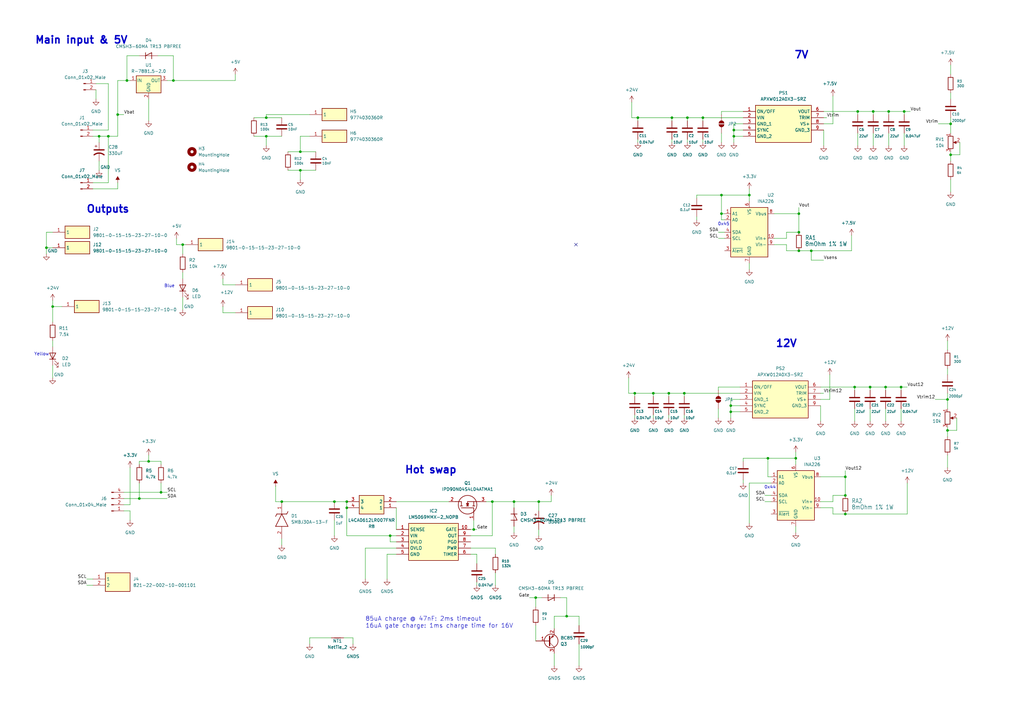
<source format=kicad_sch>
(kicad_sch (version 20231120) (generator "eeschema") (generator_version "8.0")
  (paper "A3")
  (junction (at 21.59 125.73))
  (junction (at 142.24 208.28))
  (junction (at 142.24 205.74))
  (junction (at 115.57 205.74))
  (junction (at 388.62 163.83))
  (junction (at 261.62 48.26))
  (junction (at 160.02 219.71))
  (junction (at 388.62 176.53))
  (junction (at 300.99 53.34))
  (junction (at 364.49 45.72))
  (junction (at 48.26 46.99))
  (junction (at 300.99 55.88))
  (junction (at 232.41 252.73))
  (junction (at 52.07 33.02))
  (junction (at 299.72 168.91))
  (junction (at 66.04 201.93))
  (junction (at 109.22 55.88))
  (junction (at 19.05 101.6))
  (junction (at 260.35 161.29))
  (junction (at 389.89 50.8))
  (junction (at 327.66 95.25))
  (junction (at 314.96 187.96))
  (junction (at 369.57 158.75))
  (junction (at 201.93 205.74))
  (junction (at 74.93 100.33))
  (junction (at 123.19 62.23))
  (junction (at 274.32 161.29))
  (junction (at 109.22 48.26))
  (junction (at 137.16 205.74))
  (junction (at 351.79 45.72))
  (junction (at 281.94 48.26))
  (junction (at 295.91 80.01))
  (junction (at 275.59 48.26))
  (junction (at 370.84 45.72))
  (junction (at 346.71 210.82))
  (junction (at 327.66 87.63))
  (junction (at 288.29 48.26))
  (junction (at 267.97 161.29))
  (junction (at 44.45 55.88))
  (junction (at 363.22 158.75))
  (junction (at 346.71 203.2))
  (junction (at 389.89 63.5))
  (junction (at 60.96 189.23))
  (junction (at 57.15 204.47))
  (junction (at 123.19 69.85))
  (junction (at 299.72 166.37))
  (junction (at 332.74 102.87))
  (junction (at 194.31 217.17))
  (junction (at 327.66 102.87))
  (junction (at 350.52 158.75))
  (junction (at 71.12 33.02))
  (junction (at 280.67 161.29))
  (junction (at 210.82 205.74))
  (junction (at 358.14 45.72))
  (junction (at 326.39 187.96))
  (junction (at 40.64 55.88))
  (junction (at 219.71 245.11))
  (junction (at 295.91 87.63))
  (junction (at 346.71 195.58))
  (junction (at 356.87 158.75))
  (junction (at 307.34 80.01))
  (junction (at 220.98 205.74))
  (no_connect (at 236.22 100.33))
  (wire (pts (xy 304.8 55.88) (xy 300.99 55.88)))
  (wire (pts (xy 21.59 139.7) (xy 21.59 142.24)))
  (wire (pts (xy 341.63 208.28) (xy 341.63 210.82)))
  (wire (pts (xy 44.45 55.88) (xy 48.26 55.88)))
  (wire (pts (xy 38.1 240.03) (xy 35.56 240.03)))
  (wire (pts (xy 274.32 161.29) (xy 280.67 161.29)))
  (wire (pts (xy 336.55 195.58) (xy 346.71 195.58)))
  (wire (pts (xy 137.16 213.36) (xy 137.16 219.71)))
  (wire (pts (xy 227.33 273.05) (xy 227.33 267.97)))
  (wire (pts (xy 307.34 77.47) (xy 307.34 80.01)))
  (wire (pts (xy 364.49 59.69) (xy 364.49 54.61)))
  (wire (pts (xy 53.34 209.55) (xy 53.34 213.36)))
  (wire (pts (xy 48.26 46.99) (xy 48.26 33.02)))
  (wire (pts (xy 210.82 208.28) (xy 210.82 205.74)))
  (wire (pts (xy 337.82 50.8) (xy 341.63 50.8)))
  (wire (pts (xy 274.32 161.29) (xy 274.32 162.56)))
  (wire (pts (xy 372.11 198.12) (xy 372.11 210.82)))
  (wire (pts (xy 71.12 22.86) (xy 71.12 33.02)))
  (wire (pts (xy 19.05 101.6) (xy 19.05 104.14)))
  (wire (pts (xy 44.45 34.29) (xy 44.45 53.34)))
  (wire (pts (xy 194.31 217.17) (xy 193.04 217.17)))
  (wire (pts (xy 337.82 53.34) (xy 337.82 59.69)))
  (wire (pts (xy 220.98 209.55) (xy 220.98 205.74)))
  (wire (pts (xy 351.79 45.72) (xy 358.14 45.72)))
  (wire (pts (xy 288.29 48.26) (xy 304.8 48.26)))
  (wire (pts (xy 91.44 116.84) (xy 91.44 114.3)))
  (wire (pts (xy 19.05 95.25) (xy 19.05 101.6)))
  (wire (pts (xy 369.57 158.75) (xy 369.57 160.02)))
  (wire (pts (xy 160.02 219.71) (xy 142.24 219.71)))
  (wire (pts (xy 66.04 201.93) (xy 68.58 201.93)))
  (wire (pts (xy 74.93 100.33) (xy 76.2 100.33)))
  (wire (pts (xy 193.04 224.79) (xy 203.2 224.79)))
  (wire (pts (xy 300.99 55.88) (xy 300.99 58.42)))
  (wire (pts (xy 350.52 158.75) (xy 356.87 158.75)))
  (wire (pts (xy 21.59 123.19) (xy 21.59 125.73)))
  (wire (pts (xy 158.75 227.33) (xy 158.75 237.49)))
  (wire (pts (xy 370.84 59.69) (xy 370.84 54.61)))
  (wire (pts (xy 50.8 209.55) (xy 53.34 209.55)))
  (wire (pts (xy 60.96 40.64) (xy 60.96 49.53)))
  (wire (pts (xy 38.1 74.93) (xy 44.45 74.93)))
  (wire (pts (xy 383.54 163.83) (xy 388.62 163.83)))
  (wire (pts (xy 115.57 223.52) (xy 115.57 220.98)))
  (wire (pts (xy 219.71 248.92) (xy 219.71 245.11)))
  (wire (pts (xy 327.66 87.63) (xy 327.66 95.25)))
  (wire (pts (xy 57.15 189.23) (xy 60.96 189.23)))
  (wire (pts (xy 40.64 58.42) (xy 40.64 55.88)))
  (wire (pts (xy 332.74 106.68) (xy 332.74 102.87)))
  (wire (pts (xy 288.29 49.53) (xy 288.29 48.26)))
  (wire (pts (xy 203.2 224.79) (xy 203.2 227.33)))
  (wire (pts (xy 162.56 208.28) (xy 162.56 217.17)))
  (wire (pts (xy 232.41 245.11) (xy 232.41 252.73)))
  (wire (pts (xy 162.56 227.33) (xy 158.75 227.33)))
  (wire (pts (xy 40.64 55.88) (xy 44.45 55.88)))
  (wire (pts (xy 336.55 163.83) (xy 340.36 163.83)))
  (wire (pts (xy 53.34 207.01) (xy 50.8 207.01)))
  (wire (pts (xy 267.97 161.29) (xy 274.32 161.29)))
  (wire (pts (xy 127 261.62) (xy 127 264.16)))
  (wire (pts (xy 295.91 80.01) (xy 295.91 87.63)))
  (wire (pts (xy 109.22 55.88) (xy 109.22 59.69)))
  (wire (pts (xy 140.97 261.62) (xy 144.78 261.62)))
  (wire (pts (xy 304.8 187.96) (xy 304.8 189.23)))
  (wire (pts (xy 74.93 104.14) (xy 74.93 100.33)))
  (wire (pts (xy 267.97 161.29) (xy 267.97 162.56)))
  (wire (pts (xy 336.55 166.37) (xy 336.55 172.72)))
  (wire (pts (xy 113.03 205.74) (xy 115.57 205.74)))
  (wire (pts (xy 259.08 48.26) (xy 261.62 48.26)))
  (wire (pts (xy 261.62 48.26) (xy 275.59 48.26)))
  (wire (pts (xy 257.81 154.94) (xy 257.81 161.29)))
  (wire (pts (xy 299.72 168.91) (xy 299.72 171.45)))
  (wire (pts (xy 232.41 252.73) (xy 237.49 252.73)))
  (wire (pts (xy 104.14 48.26) (xy 109.22 48.26)))
  (wire (pts (xy 295.91 80.01) (xy 307.34 80.01)))
  (wire (pts (xy 201.93 219.71) (xy 193.04 219.71)))
  (wire (pts (xy 356.87 172.72) (xy 356.87 167.64)))
  (wire (pts (xy 123.19 69.85) (xy 123.19 73.66)))
  (wire (pts (xy 340.36 153.67) (xy 340.36 163.83)))
  (wire (pts (xy 281.94 48.26) (xy 288.29 48.26)))
  (wire (pts (xy 38.1 77.47) (xy 48.26 77.47)))
  (wire (pts (xy 227.33 257.81) (xy 227.33 252.73)))
  (wire (pts (xy 332.74 102.87) (xy 349.25 102.87)))
  (wire (pts (xy 237.49 252.73) (xy 237.49 256.54)))
  (wire (pts (xy 118.11 62.23) (xy 123.19 62.23)))
  (wire (pts (xy 210.82 205.74) (xy 220.98 205.74)))
  (wire (pts (xy 38.1 237.49) (xy 35.56 237.49)))
  (wire (pts (xy 259.08 41.91) (xy 259.08 48.26)))
  (wire (pts (xy 260.35 161.29) (xy 267.97 161.29)))
  (wire (pts (xy 66.04 198.12) (xy 66.04 201.93)))
  (wire (pts (xy 307.34 107.95) (xy 307.34 110.49)))
  (wire (pts (xy 48.26 55.88) (xy 48.26 46.99)))
  (wire (pts (xy 388.62 139.7) (xy 388.62 143.51)))
  (wire (pts (xy 336.55 158.75) (xy 350.52 158.75)))
  (wire (pts (xy 113.03 199.39) (xy 113.03 205.74)))
  (wire (pts (xy 336.55 205.74) (xy 341.63 205.74)))
  (wire (pts (xy 219.71 245.11) (xy 222.25 245.11)))
  (wire (pts (xy 72.39 100.33) (xy 74.93 100.33)))
  (wire (pts (xy 389.89 63.5) (xy 389.89 62.23)))
  (wire (pts (xy 21.59 95.25) (xy 19.05 95.25)))
  (wire (pts (xy 109.22 55.88) (xy 115.57 55.88)))
  (wire (pts (xy 74.93 121.92) (xy 74.93 127)))
  (wire (pts (xy 389.89 26.67) (xy 389.89 30.48)))
  (wire (pts (xy 104.14 55.88) (xy 109.22 55.88)))
  (wire (pts (xy 123.19 69.85) (xy 129.54 69.85)))
  (wire (pts (xy 388.62 191.77) (xy 388.62 186.69)))
  (wire (pts (xy 337.82 106.68) (xy 332.74 106.68)))
  (wire (pts (xy 201.93 205.74) (xy 210.82 205.74)))
  (wire (pts (xy 389.89 66.04) (xy 389.89 63.5)))
  (wire (pts (xy 300.99 50.8) (xy 300.99 53.34)))
  (wire (pts (xy 322.58 102.87) (xy 327.66 102.87)))
  (wire (pts (xy 299.72 166.37) (xy 303.53 166.37)))
  (wire (pts (xy 127 55.88) (xy 123.19 55.88)))
  (wire (pts (xy 203.2 240.03) (xy 203.2 234.95)))
  (wire (pts (xy 210.82 218.44) (xy 210.82 215.9)))
  (wire (pts (xy 364.49 45.72) (xy 370.84 45.72)))
  (wire (pts (xy 317.5 100.33) (xy 322.58 100.33)))
  (wire (pts (xy 60.96 186.69) (xy 60.96 189.23)))
  (wire (pts (xy 364.49 46.99) (xy 364.49 45.72)))
  (wire (pts (xy 44.45 53.34) (xy 38.1 53.34)))
  (wire (pts (xy 341.63 205.74) (xy 341.63 203.2)))
  (wire (pts (xy 162.56 205.74) (xy 184.15 205.74)))
  (wire (pts (xy 313.69 205.74) (xy 316.23 205.74)))
  (wire (pts (xy 363.22 172.72) (xy 363.22 167.64)))
  (wire (pts (xy 281.94 48.26) (xy 281.94 49.53)))
  (wire (pts (xy 21.59 101.6) (xy 19.05 101.6)))
  (wire (pts (xy 393.7 63.5) (xy 389.89 63.5)))
  (wire (pts (xy 288.29 58.42) (xy 288.29 57.15)))
  (wire (pts (xy 388.62 153.67) (xy 388.62 151.13)))
  (wire (pts (xy 274.32 171.45) (xy 274.32 170.18)))
  (wire (pts (xy 351.79 59.69) (xy 351.79 54.61)))
  (wire (pts (xy 322.58 95.25) (xy 327.66 95.25)))
  (wire (pts (xy 314.96 187.96) (xy 304.8 187.96)))
  (wire (pts (xy 60.96 189.23) (xy 66.04 189.23)))
  (wire (pts (xy 39.37 34.29) (xy 44.45 34.29)))
  (wire (pts (xy 52.07 33.02) (xy 53.34 33.02)))
  (wire (pts (xy 350.52 160.02) (xy 350.52 158.75)))
  (wire (pts (xy 123.19 62.23) (xy 129.54 62.23)))
  (wire (pts (xy 226.06 205.74) (xy 226.06 203.2)))
  (wire (pts (xy 388.62 163.83) (xy 388.62 161.29)))
  (wire (pts (xy 295.91 45.72) (xy 304.8 45.72)))
  (wire (pts (xy 38.1 55.88) (xy 40.64 55.88)))
  (wire (pts (xy 317.5 97.79) (xy 322.58 97.79)))
  (wire (pts (xy 389.89 50.8) (xy 389.89 48.26)))
  (wire (pts (xy 294.64 158.75) (xy 303.53 158.75)))
  (wire (pts (xy 388.62 179.07) (xy 388.62 176.53)))
  (wire (pts (xy 285.75 80.01) (xy 285.75 81.28)))
  (wire (pts (xy 304.8 196.85) (xy 304.8 198.12)))
  (wire (pts (xy 389.89 54.61) (xy 389.89 50.8)))
  (wire (pts (xy 220.98 219.71) (xy 220.98 217.17)))
  (wire (pts (xy 257.81 161.29) (xy 260.35 161.29)))
  (wire (pts (xy 229.87 245.11) (xy 232.41 245.11)))
  (wire (pts (xy 135.89 261.62) (xy 127 261.62)))
  (wire (pts (xy 356.87 158.75) (xy 363.22 158.75)))
  (wire (pts (xy 48.26 77.47) (xy 48.26 74.93)))
  (wire (pts (xy 21.59 125.73) (xy 25.4 125.73)))
  (wire (pts (xy 351.79 46.99) (xy 351.79 45.72)))
  (wire (pts (xy 294.64 158.75) (xy 294.64 160.02)))
  (wire (pts (xy 280.67 161.29) (xy 303.53 161.29)))
  (wire (pts (xy 299.72 163.83) (xy 299.72 166.37)))
  (wire (pts (xy 162.56 219.71) (xy 160.02 219.71)))
  (wire (pts (xy 50.8 201.93) (xy 66.04 201.93)))
  (wire (pts (xy 217.17 245.11) (xy 219.71 245.11)))
  (wire (pts (xy 326.39 185.42) (xy 326.39 187.96)))
  (wire (pts (xy 356.87 160.02) (xy 356.87 158.75)))
  (wire (pts (xy 317.5 87.63) (xy 327.66 87.63)))
  (wire (pts (xy 162.56 224.79) (xy 149.86 224.79)))
  (wire (pts (xy 294.64 171.45) (xy 294.64 167.64)))
  (wire (pts (xy 300.99 53.34) (xy 300.99 55.88)))
  (wire (pts (xy 40.64 69.85) (xy 40.64 66.04)))
  (wire (pts (xy 91.44 116.84) (xy 96.52 116.84)))
  (wire (pts (xy 322.58 97.79) (xy 322.58 95.25)))
  (wire (pts (xy 304.8 50.8) (xy 300.99 50.8)))
  (wire (pts (xy 337.82 161.29) (xy 336.55 161.29)))
  (wire (pts (xy 314.96 187.96) (xy 326.39 187.96)))
  (wire (pts (xy 303.53 163.83) (xy 299.72 163.83)))
  (wire (pts (xy 50.8 204.47) (xy 57.15 204.47)))
  (wire (pts (xy 389.89 78.74) (xy 389.89 73.66)))
  (wire (pts (xy 68.58 33.02) (xy 71.12 33.02)))
  (wire (pts (xy 363.22 158.75) (xy 369.57 158.75)))
  (wire (pts (xy 341.63 50.8) (xy 341.63 39.37)))
  (wire (pts (xy 64.77 22.86) (xy 71.12 22.86)))
  (wire (pts (xy 392.43 176.53) (xy 388.62 176.53)))
  (wire (pts (xy 142.24 208.28) (xy 142.24 219.71)))
  (wire (pts (xy 21.59 132.08) (xy 21.59 125.73)))
  (wire (pts (xy 127 46.99) (xy 109.22 46.99)))
  (wire (pts (xy 160.02 219.71) (xy 160.02 222.25)))
  (wire (pts (xy 275.59 48.26) (xy 275.59 49.53)))
  (wire (pts (xy 316.23 198.12) (xy 307.34 198.12)))
  (wire (pts (xy 307.34 80.01) (xy 307.34 82.55)))
  (wire (pts (xy 48.26 46.99) (xy 50.8 46.99)))
  (wire (pts (xy 48.26 33.02) (xy 52.07 33.02)))
  (wire (pts (xy 358.14 59.69) (xy 358.14 54.61)))
  (wire (pts (xy 326.39 215.9) (xy 326.39 218.44)))
  (wire (pts (xy 267.97 171.45) (xy 267.97 170.18)))
  (wire (pts (xy 346.71 210.82) (xy 372.11 210.82)))
  (wire (pts (xy 300.99 53.34) (xy 304.8 53.34)))
  (wire (pts (xy 314.96 195.58) (xy 316.23 195.58)))
  (wire (pts (xy 322.58 100.33) (xy 322.58 102.87)))
  (wire (pts (xy 71.12 33.02) (xy 96.52 33.02)))
  (wire (pts (xy 91.44 128.27) (xy 96.52 128.27)))
  (wire (pts (xy 358.14 46.99) (xy 358.14 45.72)))
  (wire (pts (xy 307.34 198.12) (xy 307.34 214.63)))
  (wire (pts (xy 295.91 45.72) (xy 295.91 46.99)))
  (wire (pts (xy 384.81 50.8) (xy 389.89 50.8)))
  (wire (pts (xy 195.58 227.33) (xy 193.04 227.33)))
  (wire (pts (xy 260.35 161.29) (xy 260.35 162.56)))
  (wire (pts (xy 220.98 205.74) (xy 226.06 205.74)))
  (wire (pts (xy 313.69 203.2) (xy 316.23 203.2)))
  (wire (pts (xy 341.63 210.82) (xy 346.71 210.82)))
  (wire (pts (xy 341.63 203.2) (xy 346.71 203.2)))
  (wire (pts (xy 285.75 88.9) (xy 285.75 90.17)))
  (wire (pts (xy 109.22 46.99) (xy 109.22 48.26)))
  (wire (pts (xy 195.58 240.03) (xy 195.58 238.76)))
  (wire (pts (xy 280.67 161.29) (xy 280.67 162.56)))
  (wire (pts (xy 162.56 222.25) (xy 160.02 222.25)))
  (wire (pts (xy 194.31 217.17) (xy 194.31 213.36)))
  (wire (pts (xy 339.09 48.26) (xy 337.82 48.26)))
  (wire (pts (xy 194.31 217.17) (xy 195.58 217.17)))
  (wire (pts (xy 21.59 149.86) (xy 21.59 154.94)))
  (wire (pts (xy 299.72 166.37) (xy 299.72 168.91)))
  (wire (pts (xy 123.19 55.88) (xy 123.19 62.23)))
  (wire (pts (xy 137.16 205.74) (xy 142.24 205.74)))
  (wire (pts (xy 369.57 172.72) (xy 369.57 167.64)))
  (wire (pts (xy 369.57 158.75) (xy 372.11 158.75)))
  (wire (pts (xy 219.71 256.54) (xy 219.71 262.89)))
  (wire (pts (xy 392.43 171.45) (xy 392.43 176.53)))
  (wire (pts (xy 149.86 224.79) (xy 149.86 237.49)))
  (wire (pts (xy 115.57 205.74) (xy 137.16 205.74)))
  (wire (pts (xy 275.59 58.42) (xy 275.59 57.15)))
  (wire (pts (xy 346.71 195.58) (xy 346.71 193.04)))
  (wire (pts (xy 327.66 102.87) (xy 332.74 102.87)))
  (wire (pts (xy 52.07 22.86) (xy 52.07 33.02)))
  (wire (pts (xy 349.25 96.52) (xy 349.25 102.87)))
  (wire (pts (xy 295.91 87.63) (xy 295.91 90.17)))
  (wire (pts (xy 370.84 45.72) (xy 373.38 45.72)))
  (wire (pts (xy 53.34 191.77) (xy 53.34 207.01)))
  (wire (pts (xy 294.64 97.79) (xy 297.18 97.79)))
  (wire (pts (xy 57.15 22.86) (xy 52.07 22.86)))
  (wire (pts (xy 281.94 58.42) (xy 281.94 57.15)))
  (wire (pts (xy 201.93 205.74) (xy 201.93 219.71)))
  (wire (pts (xy 314.96 187.96) (xy 314.96 195.58)))
  (wire (pts (xy 57.15 204.47) (xy 68.58 204.47)))
  (wire (pts (xy 144.78 261.62) (xy 144.78 264.16)))
  (wire (pts (xy 295.91 80.01) (xy 285.75 80.01)))
  (wire (pts (xy 261.62 48.26) (xy 261.62 49.53)))
  (wire (pts (xy 350.52 172.72) (xy 350.52 167.64)))
  (wire (pts (xy 294.64 95.25) (xy 297.18 95.25)))
  (wire (pts (xy 327.66 87.63) (xy 327.66 85.09)))
  (wire (pts (xy 388.62 176.53) (xy 388.62 175.26)))
  (wire (pts (xy 337.82 45.72) (xy 351.79 45.72)))
  (wire (pts (xy 109.22 48.26) (xy 115.57 48.26)))
  (wire (pts (xy 195.58 227.33) (xy 195.58 231.14)))
  (wire (pts (xy 393.7 58.42) (xy 393.7 63.5)))
  (wire (pts (xy 74.93 111.76) (xy 74.93 114.3)))
  (wire (pts (xy 227.33 252.73) (xy 232.41 252.73)))
  (wire (pts (xy 260.35 171.45) (xy 260.35 170.18)))
  (wire (pts (xy 370.84 45.72) (xy 370.84 46.99)))
  (wire (pts (xy 326.39 187.96) (xy 326.39 190.5)))
  (wire (pts (xy 275.59 48.26) (xy 281.94 48.26)))
  (wire (pts (xy 66.04 189.23) (xy 66.04 190.5)))
  (wire (pts (xy 57.15 198.12) (xy 57.15 204.47)))
  (wire (pts (xy 346.71 195.58) (xy 346.71 203.2)))
  (wire (pts (xy 261.62 58.42) (xy 261.62 57.15)))
  (wire (pts (xy 280.67 171.45) (xy 280.67 170.18)))
  (wire (pts (xy 389.89 40.64) (xy 389.89 38.1)))
  (wire (pts (xy 199.39 205.74) (xy 201.93 205.74)))
  (wire (pts (xy 336.55 208.28) (xy 341.63 208.28)))
  (wire (pts (xy 96.52 33.02) (xy 96.52 30.48)))
  (wire (pts (xy 303.53 168.91) (xy 299.72 168.91)))
  (wire (pts (xy 363.22 160.02) (xy 363.22 158.75)))
  (wire (pts (xy 44.45 55.88) (xy 44.45 74.93)))
  (wire (pts (xy 388.62 167.64) (xy 388.62 163.83)))
  (wire (pts (xy 39.37 36.83) (xy 39.37 40.64)))
  (wire (pts (xy 72.39 97.79) (xy 72.39 100.33)))
  (wire (pts (xy 295.91 58.42) (xy 295.91 54.61)))
  (wire (pts (xy 295.91 90.17) (xy 297.18 90.17)))
  (wire (pts (xy 237.49 273.05) (xy 237.49 264.16)))
  (wire (pts (xy 118.11 69.85) (xy 123.19 69.85)))
  (wire (pts (xy 91.44 128.27) (xy 91.44 125.73)))
  (wire (pts (xy 142.24 205.74) (xy 142.24 208.28)))
  (wire (pts (xy 358.14 45.72) (xy 364.49 45.72)))
  (wire (pts (xy 57.15 189.23) (xy 57.15 190.5)))
  (wire (pts (xy 295.91 87.63) (xy 297.18 87.63)))
  (text "Blue" (at 67.31 118.11 0) (effects (font (size 1.27 1.27)) (justify left bottom)))
  (text "Main input & 5V" (at 14.224 18.288 0) (effects (font (size 3 3) (thickness 0.6) (bold yes)) (justify left bottom)))
  (text "0x44" (at 313.436 200.66 0) (effects (font (size 1.27 1.27)) (justify left bottom)))
  (text "85uA charge @ 47nF: 2ms timeout\n16uA gate charge: 1ms charge time for 16V" (at 149.86 257.81 0) (effects (font (size 1.778 1.778)) (justify left bottom)))
  (text "12V" (at 318.008 142.748 0) (effects (font (size 3 3) (thickness 0.6) (bold yes)) (justify left bottom)))
  (text "Yellow" (at 13.97 146.05 0) (effects (font (size 1.27 1.27)) (justify left bottom)))
  (text "0x45" (at 294.386 92.71 0) (effects (font (size 1.27 1.27)) (justify left bottom)))
  (text "Outputs" (at 35.306 87.63 0) (effects (font (size 3 3) (thickness 0.6) (bold yes)) (justify left bottom)))
  (text "7V" (at 325.628 24.384 0) (effects (font (size 3 3) (thickness 0.6) (bold yes)) (justify left bottom)))
  (text "Hot swap" (at 165.862 194.564 0) (effects (font (size 3 3) (thickness 0.6) (bold yes)) (justify left bottom)))
  (label "Vout" (at 327.66 85.09 0))
  (label "Vtrim" (at 339.09 48.26 0))
  (label "Gate" (at 195.58 217.17 0))
  (label "Vtrim12" (at 337.82 161.29 0))
  (label "Vout" (at 373.38 45.72 0))
  (label "Gate" (at 217.17 245.11 180))
  (label "Vtrim12" (at 383.54 163.83 180))
  (label "SDA" (at 294.64 95.25 180))
  (label "SCL" (at 68.58 201.93 0))
  (label "SDA" (at 35.56 240.03 180))
  (label "SCL" (at 294.64 97.79 180))
  (label "SCL" (at 35.56 237.49 180))
  (label "Vsens" (at 337.82 106.68 0))
  (label "Vtrim" (at 384.81 50.8 180))
  (label "Vbat" (at 50.8 46.99 0))
  (label "SDA" (at 68.58 204.47 0))
  (label "Vout12" (at 346.71 193.04 0))
  (label "Vout12" (at 372.11 158.75 0))
  (label "SDA" (at 313.69 203.2 180))
  (label "SCL" (at 313.69 205.74 180))
  (symbol (lib_id "Device:C") (at 280.67 166.37 0) (unit 1)
    (property "Reference" "C16" (at 281.178 168.148 0) (effects (font (size 1.016 1.016)) (justify left top)))
    (property "Value" "10uF" (at 281.178 171.958 0) (effects (font (size 1.016 1.016)) (justify left bottom)))
    (property "Footprint" "Capacitor_SMD:C_1206_3216Metric_Pad1.33x1.80mm_HandSolder" (effects (hide yes)))
    (property "MF" "TDK" (effects (hide yes)))
    (property "MPN" "CL31A106MBHNNNE " (effects (hide yes)))
    (property "Mouser Part Number" "187-CL31A106MBHNNNE" (effects (hide yes)))
  )
  (symbol (lib_id "power:+5V") (at 72.39 97.79 0) (unit 1)
    (property "Reference" "#PWR061" (effects (hide yes)))
    (property "Value" "+5V" (at 72.39 92.71 0))
  )
  (symbol (lib_id "Device:R_Potentiometer") (at 389.89 58.42 0) (unit 1)
    (property "Reference" "RV1" (at 387.35 57.15 0) (effects (justify right)))
    (property "Value" "10k" (at 387.35 59.69 0) (effects (justify right)))
    (property "Footprint" "Potentiometer_SMD:Potentiometer_Bourns_3314J_Vertical" (effects (hide yes)))
    (property "RS" " 177-352 " (effects (hide yes)))
  )
  (symbol (lib_id "power:GND") (at 337.82 59.69 0) (unit 1)
    (property "Reference" "#PWR016" (effects (hide yes)))
    (property "Value" "GND" (at 337.82 64.77 0))
  )
  (symbol (lib_id "power:GND") (at 39.37 40.64 0) (unit 1)
    (property "Reference" "#PWR01" (effects (hide yes)))
    (property "Value" "GND" (at 39.37 45.72 0))
  )
  (symbol (lib_id "Device:LED") (at 74.93 118.11 90) (unit 1)
    (property "Reference" "D6" (at 78.74 119.0625 90) (effects (justify right)))
    (property "Value" "LED" (at 78.74 121.6025 90) (effects (justify right)))
    (property "Footprint" "LED_SMD:LED_0805_2012Metric_Pad1.15x1.40mm_HandSolder" (effects (hide yes)))
  )
  (symbol (lib_id "MiAM:LM5069MMX-2_NOPB") (at 162.56 217.17 0) (unit 1)
    (property "Reference" "IC2" (at 177.8 209.55 0))
    (property "Value" "LM5069MMX-2_NOPB" (at 177.8 212.09 0))
    (property "Footprint" "MiAM:SOP50P490X110-10N" (effects (hide yes)))
    (property "Datasheet" "http://www.ti.com/lit/gpn/LM5069" (effects (hide yes)))
    (property "Description" "Positive High Voltage Hot Swap / Inrush Current Controller with Power Limiting" (effects (hide yes)))
    (property "Height" "1.1" (effects (hide yes)))
    (property "Manufacturer_Name" "Texas Instruments" (effects (hide yes)))
    (property "Manufacturer_Part_Number" "LM5069MMX-2/NOPB" (effects (hide yes)))
    (property "Mouser Part Number" "926-LM5069MMX-2/NOPB" (effects (hide yes)))
    (property "Mouser Price/Stock" "https://www.mouser.co.uk/ProductDetail/Texas-Instruments/LM5069MMX-2-NOPB?qs=QbsRYf82W3Eg67Zg0j6YLg%3D%3D" (effects (hide yes)))
    (property "Arrow Part Number" "LM5069MMX-2/NOPB" (effects (hide yes)))
    (property "Arrow Price/Stock" "https://www.arrow.com/en/products/lm5069mmx-2nopb/texas-instruments?region=nac" (effects (hide yes)))
  )
  (symbol (lib_id "Device:C") (at 364.49 50.8 0) (unit 1)
    (property "Reference" "C8" (at 364.998 52.578 0) (effects (font (size 1.016 1.016)) (justify left top)))
    (property "Value" "22uF" (at 364.998 56.388 0) (effects (font (size 1.016 1.016)) (justify left bottom)))
    (property "Footprint" "Capacitor_SMD:C_1206_3216Metric_Pad1.33x1.80mm_HandSolder" (effects (hide yes)))
    (property "MF" "TDK" (effects (hide yes)))
    (property "MPN" "CL31A226MOCLNNC " (effects (hide yes)))
    (property "Mouser Part Number" " 187-CL31A226MOCLNNC " (effects (hide yes)))
  )
  (symbol (lib_id "MiAM:SMBJ30A-13-F") (at 115.57 205.74 270) (unit 1)
    (property "Reference" "D1" (at 119.38 211.5819 90) (effects (justify left)))
    (property "Value" "SMBJ30A-13-F" (at 119.38 214.1219 90) (effects (justify left)))
    (property "Footprint" "MiAM:DIOM5336X250N" (effects (hide yes)))
    (property "Datasheet" "https://www.diodes.com/assets/Datasheets/ds19002.pdf" (effects (hide yes)))
    (property "Description" "Diodes Inc SMBJ30A-13-F Uni-Directional TVS Diode, 600W peak, 2-Pin SMB" (effects (hide yes)))
    (property "Height" "2.5" (effects (hide yes)))
    (property "Manufacturer_Name" "Diodes Incorporated" (effects (hide yes)))
    (property "Manufacturer_Part_Number" "SMBJ30A-13-F" (effects (hide yes)))
    (property "Arrow Part Number" "SMBJ30A-13-F" (effects (hide yes)))
    (property "Arrow Price/Stock" "https://www.arrow.com/en/products/smbj30a-13-f/diodes-incorporated?region=nac" (effects (hide yes)))
    (property "Mouser" " 621-SMBJ30A-13-F " (effects (hide yes)))
  )
  (symbol (lib_id "power:GND") (at 267.97 171.45 0) (unit 1)
    (property "Reference" "#PWR05" (effects (hide yes)))
    (property "Value" "GND" (at 267.97 176.53 0))
  )
  (symbol (lib_id "power:+3.3V") (at 53.34 191.77 0) (unit 1)
    (property "Reference" "#PWR031" (effects (hide yes)))
    (property "Value" "+3.3V" (at 53.34 186.69 0))
  )
  (symbol (lib_id "power:GND") (at 60.96 49.53 0) (unit 1)
    (property "Reference" "#PWR04" (effects (hide yes)))
    (property "Value" "GND" (at 60.96 54.61 0))
  )
  (symbol (lib_id "Device:C") (at 274.32 166.37 0) (unit 1)
    (property "Reference" "C15" (at 274.828 168.148 0) (effects (font (size 1.016 1.016)) (justify left top)))
    (property "Value" "10uF" (at 274.828 171.958 0) (effects (font (size 1.016 1.016)) (justify left bottom)))
    (property "Footprint" "Capacitor_SMD:C_1206_3216Metric_Pad1.33x1.80mm_HandSolder" (effects (hide yes)))
    (property "MF" "TDK" (effects (hide yes)))
    (property "MPN" "CL31A106MBHNNNE " (effects (hide yes)))
    (property "Mouser Part Number" "187-CL31A106MBHNNNE" (effects (hide yes)))
  )
  (symbol (lib_id "power:GNDS") (at 227.33 273.05 0) (unit 1)
    (property "Reference" "#PWR057" (effects (hide yes)))
    (property "Value" "GNDS" (at 227.33 278.13 0))
  )
  (symbol (lib_id "Device:D_Shockley") (at 210.82 212.09 270) (unit 1)
    (property "Reference" "D3" (at 213.36 210.8199 90) (effects (justify left)))
    (property "Value" "CMSH3-60MA TR13 PBFREE" (at 213.36 213.3599 90) (effects (justify left)))
    (property "Footprint" "Diode_SMD:D_SMA" (effects (hide yes)))
    (property "Description" "Shockley (PNPN) diode" (effects (hide yes)))
    (property "Mouser" " 610-CMSH3-60MA-TR13 " (effects (hide yes)))
  )
  (symbol (lib_id "Device:NetTie_2") (at 138.43 261.62 180) (unit 1) (in_bom no)
    (property "Reference" "NT1" (at 138.43 262.89 0))
    (property "Value" "NetTie_2" (at 138.43 265.43 0))
    (property "Footprint" "NetTie:NetTie-2_SMD_Pad0.5mm" (effects (hide yes)))
  )
  (symbol (lib_id "power:GND") (at 356.87 172.72 0) (unit 1)
    (property "Reference" "#PWR049" (effects (hide yes)))
    (property "Value" "GND" (at 356.87 177.8 0))
  )
  (symbol (lib_id "MiAM:L4CA0612LR007FNR") (at 162.56 208.28 180) (unit 1)
    (property "Reference" "R8" (at 152.4 215.9 0))
    (property "Value" "L4CA0612LR007FNR" (at 152.4 213.36 0))
    (property "Footprint" "MiAM:L4CA0612L0M50FNR" (effects (hide yes)))
    (property "Datasheet" "https://www.littelfuse.com/media?resourcetype=datasheets&itemid=db674d7b-aa25-4173-816a-92297475a59f&filename=littelfuse-resistor-l4ca-c-datasheet" (effects (hide yes)))
    (property "Description" "7 mOhms +/-1% 1W Chip Resistor Wide 1206 (3216 Metric), 0612 Current Sense, High Voltage Metal Foil" (effects (hide yes)))
    (property "Height" "0.7" (effects (hide yes)))
    (property "Manufacturer_Name" "LITTELFUSE" (effects (hide yes)))
    (property "Manufacturer_Part_Number" "L4CA0612LR007FNR" (effects (hide yes)))
    (property "Mouser Part Number" " 576-L4CA0612LR007FNR " (effects (hide yes)))
  )
  (symbol (lib_id "power:GND") (at 74.93 127 0) (unit 1)
    (property "Reference" "#PWR07" (effects (hide yes)))
    (property "Value" "GND" (at 77.47 125.73 0))
  )
  (symbol (lib_id "power:GND") (at 307.34 214.63 0) (mirror y) (unit 1)
    (property "Reference" "#PWR064" (effects (hide yes)))
    (property "Value" "GND" (at 307.34 219.71 0))
  )
  (symbol (lib_id "Device:C") (at 389.89 44.45 0) (unit 1)
    (property "Reference" "C10" (at 390.398 46.228 0) (effects (font (size 1.016 1.016)) (justify left top)))
    (property "Value" "2000pF" (at 390.398 50.038 0) (effects (font (size 1.016 1.016)) (justify left bottom)))
    (property "Footprint" "Capacitor_SMD:C_0805_2012Metric_Pad1.18x1.45mm_HandSolder" (effects (hide yes)))
    (property "MF" "TDK" (effects (hide yes)))
    (property "MPN" "CL21B202KBANNNC " (effects (hide yes)))
    (property "Mouser Part Number" " 187-CL21B202KBANNNC " (effects (hide yes)))
  )
  (symbol (lib_id "MiAM:9801-0-15-15-23-27-10-0") (at 25.4 125.73 0) (unit 1)
    (property "Reference" "J13" (at 41.91 124.4599 0) (effects (justify left)))
    (property "Value" "9801-0-15-15-23-27-10-0" (at 41.91 126.9999 0) (effects (justify left)))
    (property "Footprint" "MiAM:9801015152327100" (effects (hide yes)))
    (property "Datasheet" "https://datasheet.datasheetarchive.com/originals/distributors/SFDatasheet-11/sf-000233131.pdf" (effects (hide yes)))
    (property "Description" "Circuit Board Hardware - PCB 10u AU OVER NI 23 CON" (effects (hide yes)))
    (property "Height" "2.54" (effects (hide yes)))
    (property "Manufacturer_Name" "Mill-Max" (effects (hide yes)))
    (property "Manufacturer_Part_Number" "9801-0-15-15-23-27-10-0" (effects (hide yes)))
    (property "Mouser Part Number" "575-9801015152327" (effects (hide yes)))
    (property "Mouser Price/Stock" "https://www.mouser.co.uk/ProductDetail/Mill-Max/9801-0-15-15-23-27-10-0?qs=J5yiHjxykzz79bUuzrNLew%3D%3D" (effects (hide yes)))
    (property "Mates with" " 575-0600005150000 " (effects (hide yes)))
  )
  (symbol (lib_id "Device:R") (at 389.89 34.29 0) (unit 1)
    (property "Reference" "R3" (at 392.43 32.766 0) (effects (font (size 1.016 1.016)) (justify left top)))
    (property "Value" "300" (at 392.43 35.814 0) (effects (font (size 1.016 1.016)) (justify left bottom)))
    (property "Footprint" "Resistor_SMD:R_0805_2012Metric_Pad1.20x1.40mm_HandSolder" (effects (hide yes)))
    (property "MF" "Yageo" (effects (hide yes)))
    (property "MPN" "RC0402FR-0710KL" (effects (hide yes)))
    (property "RS" "    678-4697" (effects (hide yes)))
  )
  (symbol (lib_id "power:GND") (at 304.8 198.12 0) (mirror y) (unit 1)
    (property "Reference" "#PWR035" (effects (hide yes)))
    (property "Value" "GND" (at 304.8 203.2 0))
  )
  (symbol (lib_name "+24V_1") (lib_id "power:+24V") (at 259.08 41.91 0) (mirror y) (unit 1)
    (property "Reference" "#PWR012" (effects (hide yes)))
    (property "Value" "+24V" (at 259.08 36.83 0))
    (property "Description" "Power symbol creates a global label with name \"+24V\"" (effects (hide yes)))
  )
  (symbol (lib_id "power:GND") (at 40.64 69.85 0) (unit 1)
    (property "Reference" "#PWR071" (effects (hide yes)))
    (property "Value" "GND" (at 43.18 68.58 0))
  )
  (symbol (lib_id "MiAM:821-22-002-10-000101") (at 38.1 237.49 0) (unit 1)
    (property "Reference" "J4" (at 54.61 237.4899 0) (effects (justify left)))
    (property "Value" "821-22-002-10-001101" (at 54.61 240.0299 0) (effects (justify left)))
    (property "Footprint" "MiAM:8212200210000101" (effects (hide yes)))
    (property "Datasheet" "https://componentsearchengine.com/Datasheets/2/821-22-002-10-000101.pdf" (effects (hide yes)))
    (property "Description" "Headers & Wire Housings STD SPRING-LOADED CONNECTOR" (effects (hide yes)))
    (property "Height" "4.5" (effects (hide yes)))
    (property "Manufacturer_Name" "Mill-Max" (effects (hide yes)))
    (property "Manufacturer_Part_Number" "821-22-002-10-001101" (effects (hide yes)))
    (property "Mouser Part Number" "575-8212200210001101" (effects (hide yes)))
    (property "Mouser Price/Stock" "https://www.mouser.co.uk/ProductDetail/Mill-Max/821-22-002-10-000101?qs=iJx90KzHWBrJs2LQFpB68w%3D%3D" (effects (hide yes)))
    (property "Arrow Part Number" "821-22-002-10-000101" (effects (hide yes)))
    (property "Arrow Price/Stock" "null?region=nac" (effects (hide yes)))
  )
  (symbol (lib_id "power:GNDS") (at 144.78 264.16 0) (unit 1)
    (property "Reference" "#PWR022" (effects (hide yes)))
    (property "Value" "GNDS" (at 144.78 269.24 0))
  )
  (symbol (lib_id "Device:C") (at 275.59 53.34 0) (unit 1)
    (property "Reference" "C3" (at 276.098 55.118 0) (effects (font (size 1.016 1.016)) (justify left top)))
    (property "Value" "10uF" (at 276.098 58.928 0) (effects (font (size 1.016 1.016)) (justify left bottom)))
    (property "Footprint" "Capacitor_SMD:C_1206_3216Metric_Pad1.33x1.80mm_HandSolder" (effects (hide yes)))
    (property "MF" "TDK" (effects (hide yes)))
    (property "MPN" "CL31A106MBHNNNE " (effects (hide yes)))
    (property "Mouser Part Number" "187-CL31A106MBHNNNE" (effects (hide yes)))
  )
  (symbol (lib_id "power:GNDS") (at 195.58 240.03 0) (unit 1)
    (property "Reference" "#PWR046" (effects (hide yes)))
    (property "Value" "GNDS" (at 195.58 245.11 0))
  )
  (symbol (lib_id "power:GNDS") (at 237.49 273.05 0) (unit 1)
    (property "Reference" "#PWR058" (effects (hide yes)))
    (property "Value" "GNDS" (at 237.49 278.13 0))
  )
  (symbol (lib_id "Device:C") (at 370.84 50.8 0) (unit 1)
    (property "Reference" "C9" (at 371.348 52.578 0) (effects (font (size 1.016 1.016)) (justify left top)))
    (property "Value" "0.047uF" (at 371.348 56.388 0) (effects (font (size 1.016 1.016)) (justify left bottom)))
    (property "Footprint" "Capacitor_SMD:C_0805_2012Metric_Pad1.18x1.45mm_HandSolder" (effects (hide yes)))
    (property "MF" "TDK" (effects (hide yes)))
    (property "MPN" "0805YC473KAT2A " (effects (hide yes)))
    (property "Mouser Part Number" " 581-0805YC473K " (effects (hide yes)))
  )
  (symbol (lib_id "power:GND") (at 294.64 171.45 0) (unit 1)
    (property "Reference" "#PWR040" (effects (hide yes)))
    (property "Value" "GND" (at 294.64 176.53 0))
  )
  (symbol (lib_id "power:GNDS") (at 203.2 240.03 0) (unit 1)
    (property "Reference" "#PWR055" (effects (hide yes)))
    (property "Value" "GNDS" (at 203.2 245.11 0))
  )
  (symbol (lib_id "Device:D_Shockley") (at 60.96 22.86 0) (unit 1)
    (property "Reference" "D4" (at 60.96 16.51 0))
    (property "Value" "CMSH3-60MA TR13 PBFREE" (at 60.96 19.05 0))
    (property "Footprint" "Diode_SMD:D_SMA" (effects (hide yes)))
    (property "Description" "Shockley (PNPN) diode" (effects (hide yes)))
    (property "Mouser" " 610-CMSH3-60MA-TR13 " (effects (hide yes)))
  )
  (symbol (lib_id "Sensor_Energy:INA226") (at 307.34 95.25 0) (mirror y) (unit 1)
    (property "Reference" "U2" (at 317.5 80.01 0) (effects (justify left)))
    (property "Value" "INA226" (at 317.5 82.55 0) (effects (justify left)))
    (property "Footprint" "Package_SO:VSSOP-10_3x3mm_P0.5mm" (effects (hide yes)))
    (property "Datasheet" "http://www.ti.com/lit/ds/symlink/ina226.pdf" (effects (hide yes)))
    (property "RS" "    742-2889" (effects (hide yes)))
  )
  (symbol (lib_id "MiAM:9801-0-15-15-23-27-10-0") (at 96.52 128.27 0) (unit 1)
    (property "Reference" "J10" (at 113.03 126.9999 0) (effects (justify left)))
    (property "Value" "9801-0-15-15-23-27-10-0" (at 113.03 129.5399 0) (effects (justify left)))
    (property "Footprint" "MiAM:9801015152327100" (effects (hide yes)))
    (property "Datasheet" "https://datasheet.datasheetarchive.com/originals/distributors/SFDatasheet-11/sf-000233131.pdf" (effects (hide yes)))
    (property "Description" "Circuit Board Hardware - PCB 10u AU OVER NI 23 CON" (effects (hide yes)))
    (property "Height" "2.54" (effects (hide yes)))
    (property "Manufacturer_Name" "Mill-Max" (effects (hide yes)))
    (property "Manufacturer_Part_Number" "9801-0-15-15-23-27-10-0" (effects (hide yes)))
    (property "Mouser Part Number" "575-9801015152327" (effects (hide yes)))
    (property "Mouser Price/Stock" "https://www.mouser.co.uk/ProductDetail/Mill-Max/9801-0-15-15-23-27-10-0?qs=J5yiHjxykzz79bUuzrNLew%3D%3D" (effects (hide yes)))
    (property "Mates with" " 575-0600005150000 " (effects (hide yes)))
  )
  (symbol (lib_id "Device:C") (at 267.97 166.37 0) (unit 1)
    (property "Reference" "C14" (at 268.478 168.148 0) (effects (font (size 1.016 1.016)) (justify left top)))
    (property "Value" "10uF" (at 268.478 171.958 0) (effects (font (size 1.016 1.016)) (justify left bottom)))
    (property "Footprint" "Capacitor_SMD:C_1206_3216Metric_Pad1.33x1.80mm_HandSolder" (effects (hide yes)))
    (property "MF" "TDK" (effects (hide yes)))
    (property "MPN" "CL31A106MBHNNNE " (effects (hide yes)))
    (property "Mouser Part Number" "187-CL31A106MBHNNNE" (effects (hide yes)))
  )
  (symbol (lib_id "MiAM:9801-0-15-15-23-27-10-0") (at 96.52 116.84 0) (unit 1)
    (property "Reference" "J5" (at 113.03 115.5699 0) (effects (justify left)))
    (property "Value" "9801-0-15-15-23-27-10-0" (at 113.03 118.1099 0) (effects (justify left)))
    (property "Footprint" "MiAM:9801015152327100" (effects (hide yes)))
    (property "Datasheet" "https://datasheet.datasheetarchive.com/originals/distributors/SFDatasheet-11/sf-000233131.pdf" (effects (hide yes)))
    (property "Description" "Circuit Board Hardware - PCB 10u AU OVER NI 23 CON" (effects (hide yes)))
    (property "Height" "2.54" (effects (hide yes)))
    (property "Manufacturer_Name" "Mill-Max" (effects (hide yes)))
    (property "Manufacturer_Part_Number" "9801-0-15-15-23-27-10-0" (effects (hide yes)))
    (property "Mouser Part Number" "575-9801015152327" (effects (hide yes)))
    (property "Mouser Price/Stock" "https://www.mouser.co.uk/ProductDetail/Mill-Max/9801-0-15-15-23-27-10-0?qs=J5yiHjxykzz79bUuzrNLew%3D%3D" (effects (hide yes)))
    (property "Mates with" " 575-0600005150000 " (effects (hide yes)))
  )
  (symbol (lib_id "power:GND") (at 123.19 73.66 0) (unit 1)
    (property "Reference" "#PWR059" (effects (hide yes)))
    (property "Value" "GND" (at 123.19 78.74 0))
  )
  (symbol (lib_id "power:+12V") (at 91.44 125.73 0) (unit 1)
    (property "Reference" "#PWR053" (effects (hide yes)))
    (property "Value" "+12V" (at 92.964 119.888 0))
    (property "Description" "Power symbol creates a global label with name \"+12V\"" (effects (hide yes)))
  )
  (symbol (lib_id "power:GND") (at 210.82 218.44 0) (unit 1)
    (property "Reference" "#PWR011" (effects (hide yes)))
    (property "Value" "GND" (at 210.82 223.52 0))
  )
  (symbol (lib_id "Device:C") (at 350.52 163.83 0) (unit 1)
    (property "Reference" "C20" (at 351.028 165.608 0) (effects (font (size 1.016 1.016)) (justify left top)))
    (property "Value" "22uF" (at 351.028 169.418 0) (effects (font (size 1.016 1.016)) (justify left bottom)))
    (property "Footprint" "Capacitor_SMD:C_1206_3216Metric_Pad1.33x1.80mm_HandSolder" (effects (hide yes)))
    (property "MF" "TDK" (effects (hide yes)))
    (property "MPN" "CL31A226MOCLNNC " (effects (hide yes)))
    (property "Mouser Part Number" " 187-CL31A226MOCLNNC " (effects (hide yes)))
  )
  (symbol (lib_id "MiAM:APXW012A0X3-SRDZ") (at 304.8 45.72 0) (unit 1)
    (property "Reference" "PS1" (at 321.31 38.1 0))
    (property "Value" "APXW012A0X3-SRZ" (at 321.31 40.64 0))
    (property "Footprint" "MiAM:APXW012A0X3SRDZ" (effects (hide yes)))
    (property "Datasheet" "https://www.omnionpower.com/assets/pdfs/windchill/data-sheet/apxw012_ds.pdf?nocache=1726816049" (effects (hide yes)))
    (property "Description" "Non-Isolated DC/DC Converters 9-36Vin 3-18V 12A Neg Logic SMT" (effects (hide yes)))
    (property "Height" "10.1524" (effects (hide yes)))
    (property "Manufacturer_Name" "OmniOn Power" (effects (hide yes)))
    (property "Manufacturer_Part_Number" "APXW012A0X3-SRDZ" (effects (hide yes)))
    (property "Mouser Part Number" " 894-APXW012A0X3-SRDZ " (effects (hide yes)))
    (property "Mouser Price/Stock" "https://www.mouser.co.uk/ProductDetail/OmniOn-Power/APXW012A0X3-SRDZ?qs=MGCsJuMfoklXQ0UXTt%2FAGA%3D%3D" (effects (hide yes)))
    (property "Arrow Part Number" "APXW012A0X3-SRDZ" (effects (hide yes)))
    (property "Arrow Price/Stock" "https://www.arrow.com/en/products/apxw012a0x3-srdz/omnion?utm_currency=USD&region=nac" (effects (hide yes)))
  )
  (symbol (lib_id "Device:C") (at 388.62 157.48 0) (unit 1)
    (property "Reference" "C24" (at 389.128 159.258 0) (effects (font (size 1.016 1.016)) (justify left top)))
    (property "Value" "2000pF" (at 389.128 163.068 0) (effects (font (size 1.016 1.016)) (justify left bottom)))
    (property "Footprint" "Capacitor_SMD:C_0805_2012Metric_Pad1.18x1.45mm_HandSolder" (effects (hide yes)))
    (property "MF" "TDK" (effects (hide yes)))
    (property "MPN" "CL21B202KBANNNC " (effects (hide yes)))
    (property "Mouser Part Number" " 187-CL21B202KBANNNC " (effects (hide yes)))
  )
  (symbol (lib_id "Device:C") (at 304.8 193.04 0) (mirror y) (unit 1)
    (property "Reference" "C17" (at 302.26 191.516 0) (effects (font (size 1.016 1.016)) (justify left top)))
    (property "Value" "0.1uF" (at 302.26 194.564 0) (effects (font (size 1.016 1.016)) (justify left bottom)))
    (property "Footprint" "Capacitor_SMD:C_0402_1005Metric_Pad0.74x0.62mm_HandSolder" (effects (hide yes)))
    (property "HOUSEPART" "YES" (effects (hide yes)))
    (property "MPN" "MF-CAP-0402-0.1uF" (effects (hide yes)))
    (property "RS" "    247-7824" (effects (hide yes)))
  )
  (symbol (lib_name "+24V_1") (lib_id "power:+24V") (at 226.06 203.2 0) (unit 1)
    (property "Reference" "#PWR069" (effects (hide yes)))
    (property "Value" "+24V" (at 226.06 198.12 0))
    (property "Description" "Power symbol creates a global label with name \"+24V\"" (effects (hide yes)))
  )
  (symbol (lib_id "power:GND") (at 21.59 154.94 0) (unit 1)
    (property "Reference" "#PWR074" (effects (hide yes)))
    (property "Value" "GND" (at 24.13 153.67 0))
  )
  (symbol (lib_id "MiAM:9801-0-15-15-23-27-10-0") (at 21.59 101.6 0) (unit 1)
    (property "Reference" "J12" (at 38.1 100.3299 0) (effects (justify left)))
    (property "Value" "9801-0-15-15-23-27-10-0" (at 38.1 102.8699 0) (effects (justify left)))
    (property "Footprint" "MiAM:9801015152327100" (effects (hide yes)))
    (property "Datasheet" "https://datasheet.datasheetarchive.com/originals/distributors/SFDatasheet-11/sf-000233131.pdf" (effects (hide yes)))
    (property "Description" "Circuit Board Hardware - PCB 10u AU OVER NI 23 CON" (effects (hide yes)))
    (property "Height" "2.54" (effects (hide yes)))
    (property "Manufacturer_Name" "Mill-Max" (effects (hide yes)))
    (property "Manufacturer_Part_Number" "9801-0-15-15-23-27-10-0" (effects (hide yes)))
    (property "Mouser Part Number" "575-9801015152327" (effects (hide yes)))
    (property "Mouser Price/Stock" "https://www.mouser.co.uk/ProductDetail/Mill-Max/9801-0-15-15-23-27-10-0?qs=J5yiHjxykzz79bUuzrNLew%3D%3D" (effects (hide yes)))
    (property "Mates with" " 575-0600005150000 " (effects (hide yes)))
  )
  (symbol (lib_id "power:GND") (at 351.79 59.69 0) (unit 1)
    (property "Reference" "#PWR024" (effects (hide yes)))
    (property "Value" "GND" (at 351.79 64.77 0))
  )
  (symbol (lib_id "power:+7.5V") (at 91.44 114.3 0) (unit 1)
    (property "Reference" "#PWR056" (effects (hide yes)))
    (property "Value" "+7.5V" (at 90.17 109.22 0))
  )
  (symbol (lib_id "power:+3.3V") (at 307.34 77.47 0) (mirror y) (unit 1)
    (property "Reference" "#PWR036" (effects (hide yes)))
    (property "Value" "+3.3V" (at 307.34 72.39 0))
  )
  (symbol (lib_id "power:GND") (at 370.84 59.69 0) (unit 1)
    (property "Reference" "#PWR027" (effects (hide yes)))
    (property "Value" "GND" (at 370.84 64.77 0))
  )
  (symbol (lib_id "power:+3.3V") (at 326.39 185.42 0) (mirror y) (unit 1)
    (property "Reference" "#PWR042" (effects (hide yes)))
    (property "Value" "+3.3V" (at 326.39 180.34 0))
  )
  (symbol (lib_id "Mechanical:MountingHole") (at 78.74 68.58 0) (unit 1) (exclude_from_sim yes) (in_bom no)
    (property "Reference" "H4" (at 81.28 67.3099 0) (effects (justify left)))
    (property "Value" "MountingHole" (at 81.28 69.8499 0) (effects (justify left)))
    (property "Footprint" "MountingHole:MountingHole_3.2mm_M3" (effects (hide yes)))
    (property "Description" "Mounting Hole without connection" (effects (hide yes)))
  )
  (symbol (lib_id "power:GND") (at 358.14 59.69 0) (unit 1)
    (property "Reference" "#PWR025" (effects (hide yes)))
    (property "Value" "GND" (at 358.14 64.77 0))
  )
  (symbol (lib_id "MiAM:IPD90N04S4L04ATMA1") (at 194.31 213.36 90) (unit 1)
    (property "Reference" "Q1" (at 191.77 198.12 90))
    (property "Value" "IPD90N04S4L04ATMA1" (at 191.77 200.66 90))
    (property "Footprint" "MiAM:IPD90N04S4L04ATMA1" (effects (hide yes)))
    (property "Datasheet" "https://componentsearchengine.com/Datasheets/2/IPD90N04S4L04ATMA1.pdf" (effects (hide yes)))
    (property "Description" "MOSFET N-Ch 40V 90A DPAK-2 OptiMOS-T2" (effects (hide yes)))
    (property "Height" "2.375" (effects (hide yes)))
    (property "Manufacturer_Name" "Infineon" (effects (hide yes)))
    (property "Manufacturer_Part_Number" "IPD90N04S4L04ATMA1" (effects (hide yes)))
    (property "Mouser Part Number" "726-IPD90N04S4L04ATM" (effects (hide yes)))
    (property "Mouser Price/Stock" "https://www.mouser.co.uk/ProductDetail/Infineon-Technologies/IPD90N04S4L04ATMA1?qs=OwbwYO03UsKui0dHOZaV9Q%3D%3D" (effects (hide yes)))
    (property "Arrow Part Number" "IPD90N04S4L04ATMA1" (effects (hide yes)))
    (property "Arrow Price/Stock" "https://www.arrow.com/en/products/ipd90n04s4l04atma1/infineon-technologies-ag?region=nac" (effects (hide yes)))
  )
  (symbol (lib_id "Device:R_Potentiometer") (at 388.62 171.45 0) (unit 1)
    (property "Reference" "RV2" (at 386.08 170.18 0) (effects (justify right)))
    (property "Value" "10k" (at 386.08 172.72 0) (effects (justify right)))
    (property "Footprint" "Potentiometer_SMD:Potentiometer_Bourns_3314J_Vertical" (effects (hide yes)))
    (property "RS" " 177-352 " (effects (hide yes)))
  )
  (symbol (lib_id "power:VS") (at 48.26 74.93 0) (unit 1)
    (property "Reference" "#PWR09" (effects (hide yes)))
    (property "Value" "VS" (at 48.26 69.85 0))
    (property "Description" "Power symbol creates a global label with name \"VS\"" (effects (hide yes)))
  )
  (symbol (lib_id "power:VS") (at 113.03 199.39 0) (unit 1)
    (property "Reference" "#PWR010" (effects (hide yes)))
    (property "Value" "VS" (at 113.03 194.31 0))
    (property "Description" "Power symbol creates a global label with name \"VS\"" (effects (hide yes)))
  )
  (symbol (lib_id "Device:C") (at 115.57 52.07 0) (unit 1)
    (property "Reference" "C5" (at 118.11 50.546 0) (effects (font (size 1.016 1.016)) (justify left top)))
    (property "Value" "10nF" (at 118.11 53.594 0) (effects (font (size 1.016 1.016)) (justify left bottom)))
    (property "Footprint" "Capacitor_SMD:C_0402_1005Metric_Pad0.74x0.62mm_HandSolder" (effects (hide yes)))
    (property "HOUSEPART" "1" (effects (hide yes)))
    (property "MPN" "MF-CAP-0402-1nF" (effects (hide yes)))
    (property "POPULATE" "1" (effects (hide yes)))
  )
  (symbol (lib_id "Jumper:SolderJumper_2_Open") (at 295.91 50.8 90) (unit 1) (exclude_from_sim yes) (in_bom no)
    (property "Reference" "JP2" (at 298.45 50.7999 90) (effects (justify right)))
    (property "Value" "SolderJumper_2_Open" (effects (hide yes)))
    (property "Footprint" "Jumper:SolderJumper-2_P1.3mm_Open_RoundedPad1.0x1.5mm" (effects (hide yes)))
    (property "Description" "Solder Jumper, 2-pole, open" (effects (hide yes)))
  )
  (symbol (lib_id "Device:C") (at 195.58 234.95 0) (unit 1)
    (property "Reference" "C25" (at 196.088 236.728 0) (effects (font (size 1.016 1.016)) (justify left top)))
    (property "Value" "0.047uF" (at 196.088 240.538 0) (effects (font (size 1.016 1.016)) (justify left bottom)))
    (property "Footprint" "Capacitor_SMD:C_0805_2012Metric_Pad1.18x1.45mm_HandSolder" (effects (hide yes)))
    (property "MF" "TDK" (effects (hide yes)))
    (property "MPN" "0805YC473KAT2A " (effects (hide yes)))
    (property "Mouser Part Number" " 581-0805YC473K " (effects (hide yes)))
  )
  (symbol (lib_id "Device:R") (at 346.71 207.01 0) (mirror x) (unit 1)
    (property "Reference" "RA2" (at 349.25 204.47 0) (effects (font (size 1.778 1.5113)) (justify left bottom)))
    (property "Value" "8mOhm 1% 1W" (at 349.25 207.01 0) (effects (font (size 1.778 1.5113)) (justify left bottom)))
    (property "Footprint" "Resistor_SMD:R_1206_3216Metric_Pad1.30x1.75mm_HandSolder" (effects (hide yes)))
    (property "POPULATE" "1" (effects (hide yes)))
    (property "Mouser" " 504-MFSA1206R0080FCM" (effects (hide yes)))
  )
  (symbol (lib_id "Device:R") (at 74.93 107.95 180) (unit 1)
    (property "Reference" "R2" (at 77.47 106.6799 0) (effects (justify right)))
    (property "Value" "10k" (at 77.47 109.2199 0) (effects (justify right)))
    (property "Footprint" "Resistor_SMD:R_0805_2012Metric" (effects (hide yes)))
  )
  (symbol (lib_id "power:GND") (at 350.52 172.72 0) (unit 1)
    (property "Reference" "#PWR047" (effects (hide yes)))
    (property "Value" "GND" (at 350.52 177.8 0))
  )
  (symbol (lib_id "Device:C") (at 261.62 53.34 0) (unit 1)
    (property "Reference" "C11" (at 262.128 55.118 0) (effects (font (size 1.016 1.016)) (justify left top)))
    (property "Value" "0.047uF" (at 262.128 58.928 0) (effects (font (size 1.016 1.016)) (justify left bottom)))
    (property "Footprint" "Capacitor_SMD:C_0805_2012Metric_Pad1.18x1.45mm_HandSolder" (effects (hide yes)))
    (property "MF" "TDK" (effects (hide yes)))
    (property "MPN" "0805YC473KAT2A " (effects (hide yes)))
    (property "Mouser Part Number" " 581-0805YC473K " (effects (hide yes)))
  )
  (symbol (lib_id "power:GND") (at 261.62 58.42 0) (unit 1)
    (property "Reference" "#PWR030" (effects (hide yes)))
    (property "Value" "GND" (at 261.62 63.5 0))
  )
  (symbol (lib_name "+24V_1") (lib_id "power:+24V") (at 21.59 123.19 0) (unit 1)
    (property "Reference" "#PWR062" (effects (hide yes)))
    (property "Value" "+24V" (at 21.59 118.11 0))
    (property "Description" "Power symbol creates a global label with name \"+24V\"" (effects (hide yes)))
  )
  (symbol (lib_id "power:+12V") (at 372.11 198.12 0) (unit 1)
    (property "Reference" "#PWR044" (effects (hide yes)))
    (property "Value" "+12V" (at 372.11 193.04 0))
    (property "Description" "Power symbol creates a global label with name \"+12V\"" (effects (hide yes)))
  )
  (symbol (lib_id "power:+12V") (at 388.62 139.7 0) (unit 1)
    (property "Reference" "#PWR048" (effects (hide yes)))
    (property "Value" "+12V" (at 388.62 134.62 0))
    (property "Description" "Power symbol creates a global label with name \"+12V\"" (effects (hide yes)))
  )
  (symbol (lib_id "power:GND") (at 336.55 172.72 0) (unit 1)
    (property "Reference" "#PWR045" (effects (hide yes)))
    (property "Value" "GND" (at 336.55 177.8 0))
  )
  (symbol (lib_id "power:GND") (at 363.22 172.72 0) (unit 1)
    (property "Reference" "#PWR050" (effects (hide yes)))
    (property "Value" "GND" (at 363.22 177.8 0))
  )
  (symbol (lib_id "Device:R") (at 118.11 66.04 0) (unit 1)
    (property "Reference" "R12" (at 120.65 64.516 0) (effects (font (size 1.016 1.016)) (justify left top)))
    (property "Value" "100k" (at 120.65 67.564 0) (effects (font (size 1.016 1.016)) (justify left bottom)))
    (property "Footprint" "Resistor_SMD:R_0402_1005Metric_Pad0.72x0.64mm_HandSolder" (effects (hide yes)))
    (property "HOUSEPART" "YES" (effects (hide yes)))
    (property "MPN" "MF-RES-0402-2K" (effects (hide yes)))
  )
  (symbol (lib_id "Device:C") (at 137.16 209.55 0) (unit 1)
    (property "Reference" "C26" (at 137.668 211.328 0) (effects (font (size 1.016 1.016)) (justify left top)))
    (property "Value" "1uF" (at 137.668 215.138 0) (effects (font (size 1.016 1.016)) (justify left bottom)))
    (property "Footprint" "Capacitor_SMD:C_0805_2012Metric_Pad1.18x1.45mm_HandSolder" (effects (hide yes)))
    (property "MF" "TDK" (effects (hide yes)))
    (property "Mouser Part Number" " 187-CL21B105MBFNNNE " (effects (hide yes)))
  )
  (symbol (lib_id "Device:C") (at 358.14 50.8 0) (unit 1)
    (property "Reference" "C7" (at 358.648 52.578 0) (effects (font (size 1.016 1.016)) (justify left top)))
    (property "Value" "22uF" (at 358.648 56.388 0) (effects (font (size 1.016 1.016)) (justify left bottom)))
    (property "Footprint" "Capacitor_SMD:C_1206_3216Metric_Pad1.33x1.80mm_HandSolder" (effects (hide yes)))
    (property "MF" "TDK" (effects (hide yes)))
    (property "MPN" "CL31A226MOCLNNC " (effects (hide yes)))
    (property "Mouser Part Number" " 187-CL31A226MOCLNNC " (effects (hide yes)))
  )
  (symbol (lib_id "power:GNDS") (at 149.86 237.49 0) (unit 1)
    (property "Reference" "#PWR039" (effects (hide yes)))
    (property "Value" "GNDS" (at 149.86 242.57 0))
  )
  (symbol (lib_id "MiAM:APXW012A0X3-SRDZ") (at 303.53 158.75 0) (unit 1)
    (property "Reference" "PS2" (at 320.04 151.13 0))
    (property "Value" "APXW012A0X3-SRZ" (at 320.04 153.67 0))
    (property "Footprint" "MiAM:APXW012A0X3SRDZ" (effects (hide yes)))
    (property "Datasheet" "https://www.omnionpower.com/assets/pdfs/windchill/data-sheet/apxw012_ds.pdf?nocache=1726816049" (effects (hide yes)))
    (property "Description" "Non-Isolated DC/DC Converters 9-36Vin 3-18V 12A Neg Logic SMT" (effects (hide yes)))
    (property "Height" "10.1524" (effects (hide yes)))
    (property "Manufacturer_Name" "OmniOn Power" (effects (hide yes)))
    (property "Manufacturer_Part_Number" "APXW012A0X3-SRDZ" (effects (hide yes)))
    (property "Mouser Part Number" " 894-APXW005A0X3-SRZ" (effects (hide yes)))
    (property "Mouser Price/Stock" "https://www.mouser.co.uk/ProductDetail/OmniOn-Power/APXW012A0X3-SRDZ?qs=MGCsJuMfoklXQ0UXTt%2FAGA%3D%3D" (effects (hide yes)))
    (property "Arrow Part Number" "APXW012A0X3-SRDZ" (effects (hide yes)))
    (property "Arrow Price/Stock" "https://www.arrow.com/en/products/apxw012a0x3-srdz/omnion?utm_currency=USD&region=nac" (effects (hide yes)))
  )
  (symbol (lib_id "power:GND") (at 300.99 58.42 0) (unit 1)
    (property "Reference" "#PWR015" (effects (hide yes)))
    (property "Value" "GND" (at 300.99 63.5 0))
  )
  (symbol (lib_id "Device:R") (at 388.62 147.32 0) (unit 1)
    (property "Reference" "R1" (at 391.16 145.796 0) (effects (font (size 1.016 1.016)) (justify left top)))
    (property "Value" "300" (at 391.16 148.844 0) (effects (font (size 1.016 1.016)) (justify left bottom)))
    (property "Footprint" "Resistor_SMD:R_0805_2012Metric_Pad1.20x1.40mm_HandSolder" (effects (hide yes)))
    (property "MF" "Yageo" (effects (hide yes)))
    (property "MPN" "RC0402FR-0710KL" (effects (hide yes)))
    (property "RS" "    678-4697" (effects (hide yes)))
  )
  (symbol (lib_id "MiAM:9801-0-15-15-23-27-10-0") (at 76.2 100.33 0) (unit 1)
    (property "Reference" "J14" (at 92.71 99.0599 0) (effects (justify left)))
    (property "Value" "9801-0-15-15-23-27-10-0" (at 92.71 101.5999 0) (effects (justify left)))
    (property "Footprint" "MiAM:9801015152327100" (effects (hide yes)))
    (property "Datasheet" "https://datasheet.datasheetarchive.com/originals/distributors/SFDatasheet-11/sf-000233131.pdf" (effects (hide yes)))
    (property "Description" "Circuit Board Hardware - PCB 10u AU OVER NI 23 CON" (effects (hide yes)))
    (property "Height" "2.54" (effects (hide yes)))
    (property "Manufacturer_Name" "Mill-Max" (effects (hide yes)))
    (property "Manufacturer_Part_Number" "9801-0-15-15-23-27-10-0" (effects (hide yes)))
    (property "Mouser Part Number" "575-9801015152327" (effects (hide yes)))
    (property "Mouser Price/Stock" "https://www.mouser.co.uk/ProductDetail/Mill-Max/9801-0-15-15-23-27-10-0?qs=J5yiHjxykzz79bUuzrNLew%3D%3D" (effects (hide yes)))
    (property "Mates with" " 575-0600005150000 " (effects (hide yes)))
  )
  (symbol (lib_id "power:GND") (at 307.34 110.49 0) (mirror y) (unit 1)
    (property "Reference" "#PWR037" (effects (hide yes)))
    (property "Value" "GND" (at 307.34 115.57 0))
  )
  (symbol (lib_id "Jumper:SolderJumper_2_Open") (at 294.64 163.83 90) (unit 1) (exclude_from_sim yes) (in_bom no)
    (property "Reference" "JP1" (at 297.18 163.8299 90) (effects (justify right)))
    (property "Value" "SolderJumper_2_Open" (effects (hide yes)))
    (property "Footprint" "Jumper:SolderJumper-2_P1.3mm_Open_RoundedPad1.0x1.5mm" (effects (hide yes)))
    (property "Description" "Solder Jumper, 2-pole, open" (effects (hide yes)))
  )
  (symbol (lib_id "Device:R") (at 21.59 135.89 180) (unit 1)
    (property "Reference" "R11" (at 24.13 134.6199 0) (effects (justify right)))
    (property "Value" "7.5k" (at 24.13 137.1599 0) (effects (justify right)))
    (property "Footprint" "Resistor_SMD:R_0805_2012Metric" (effects (hide yes)))
  )
  (symbol (lib_id "Device:R") (at 66.04 194.31 0) (unit 1)
    (property "Reference" "R6" (at 68.58 193.0399 0) (effects (justify left)))
    (property "Value" "4.7k" (at 68.58 195.5799 0) (effects (justify left)))
    (property "Footprint" "Resistor_SMD:R_0805_2012Metric_Pad1.20x1.40mm_HandSolder" (effects (hide yes)))
  )
  (symbol (lib_id "Device:C") (at 260.35 166.37 0) (unit 1)
    (property "Reference" "C13" (at 260.858 168.148 0) (effects (font (size 1.016 1.016)) (justify left top)))
    (property "Value" "0.047uF" (at 260.858 171.958 0) (effects (font (size 1.016 1.016)) (justify left bottom)))
    (property "Footprint" "Capacitor_SMD:C_0805_2012Metric_Pad1.18x1.45mm_HandSolder" (effects (hide yes)))
    (property "MF" "TDK" (effects (hide yes)))
    (property "MPN" "0805YC473KAT2A " (effects (hide yes)))
    (property "Mouser Part Number" " 581-0805YC473K " (effects (hide yes)))
  )
  (symbol (lib_id "Device:C") (at 351.79 50.8 0) (unit 1)
    (property "Reference" "C6" (at 352.298 52.578 0) (effects (font (size 1.016 1.016)) (justify left top)))
    (property "Value" "22uF" (at 352.298 56.388 0) (effects (font (size 1.016 1.016)) (justify left bottom)))
    (property "Footprint" "Capacitor_SMD:C_1206_3216Metric_Pad1.33x1.80mm_HandSolder" (effects (hide yes)))
    (property "MF" "TDK" (effects (hide yes)))
    (property "MPN" "CL31A226MOCLNNC " (effects (hide yes)))
    (property "Mouser Part Number" " 187-CL31A226MOCLNNC " (effects (hide yes)))
  )
  (symbol (lib_id "Connector:Conn_01x02_Male") (at 33.02 74.93 0) (unit 1)
    (property "Reference" "J7" (at 33.655 69.85 0))
    (property "Value" "Conn_01x02_Male" (at 33.655 72.39 0))
    (property "Footprint" "MiAM:XT30UM" (effects (hide yes)))
  )
  (symbol (lib_id "power:+7.5V") (at 389.89 26.67 0) (unit 1)
    (property "Reference" "#PWR028" (effects (hide yes)))
    (property "Value" "+7.5V" (at 388.62 21.59 0))
  )
  (symbol (lib_id "power:GND") (at 288.29 58.42 0) (unit 1)
    (property "Reference" "#PWR019" (effects (hide yes)))
    (property "Value" "GND" (at 288.29 63.5 0))
  )
  (symbol (lib_id "Device:C") (at 363.22 163.83 0) (unit 1)
    (property "Reference" "C22" (at 363.728 165.608 0) (effects (font (size 1.016 1.016)) (justify left top)))
    (property "Value" "22uF" (at 363.728 169.418 0) (effects (font (size 1.016 1.016)) (justify left bottom)))
    (property "Footprint" "Capacitor_SMD:C_1206_3216Metric_Pad1.33x1.80mm_HandSolder" (effects (hide yes)))
    (property "MF" "TDK" (effects (hide yes)))
    (property "MPN" "CL31A226MOCLNNC " (effects (hide yes)))
    (property "Mouser Part Number" " 187-CL31A226MOCLNNC " (effects (hide yes)))
  )
  (symbol (lib_id "Device:C") (at 288.29 53.34 0) (unit 1)
    (property "Reference" "C1" (at 288.798 55.118 0) (effects (font (size 1.016 1.016)) (justify left top)))
    (property "Value" "10uF" (at 288.798 58.928 0) (effects (font (size 1.016 1.016)) (justify left bottom)))
    (property "Footprint" "Capacitor_SMD:C_1206_3216Metric_Pad1.33x1.80mm_HandSolder" (effects (hide yes)))
    (property "MF" "TDK" (effects (hide yes)))
    (property "MPN" "CL31A106MBHNNNE " (effects (hide yes)))
    (property "Mouser Part Number" "187-CL31A106MBHNNNE" (effects (hide yes)))
  )
  (symbol (lib_id "power:GND") (at 220.98 219.71 0) (unit 1)
    (property "Reference" "#PWR070" (effects (hide yes)))
    (property "Value" "GND" (at 220.98 224.79 0))
  )
  (symbol (lib_id "Device:R") (at 219.71 252.73 0) (unit 1)
    (property "Reference" "R9" (at 222.25 251.206 0) (effects (font (size 1.016 1.016)) (justify left top)))
    (property "Value" "1k" (at 222.25 254.254 0) (effects (font (size 1.016 1.016)) (justify left bottom)))
    (property "Footprint" "Resistor_SMD:R_0805_2012Metric_Pad1.20x1.40mm_HandSolder" (effects (hide yes)))
    (property "MF" "Yageo" (effects (hide yes)))
    (property "MPN" "RC0402FR-0710KL" (effects (hide yes)))
    (property "RS" "    678-4697" (effects (hide yes)))
  )
  (symbol (lib_id "Device:C") (at 129.54 66.04 0) (unit 1)
    (property "Reference" "C4" (at 132.08 64.516 0) (effects (font (size 1.016 1.016)) (justify left top)))
    (property "Value" "10nF" (at 132.08 67.564 0) (effects (font (size 1.016 1.016)) (justify left bottom)))
    (property "Footprint" "Capacitor_SMD:C_0402_1005Metric_Pad0.74x0.62mm_HandSolder" (effects (hide yes)))
    (property "HOUSEPART" "1" (effects (hide yes)))
    (property "MPN" "MF-CAP-0402-1nF" (effects (hide yes)))
    (property "POPULATE" "1" (effects (hide yes)))
  )
  (symbol (lib_id "Sensor_Energy:INA226") (at 326.39 203.2 0) (mirror y) (unit 1)
    (property "Reference" "U3" (at 336.55 187.96 0) (effects (justify left)))
    (property "Value" "INA226" (at 336.55 190.5 0) (effects (justify left)))
    (property "Footprint" "Package_SO:VSSOP-10_3x3mm_P0.5mm" (effects (hide yes)))
    (property "Datasheet" "http://www.ti.com/lit/ds/symlink/ina226.pdf" (effects (hide yes)))
    (property "RS" "    742-2889" (effects (hide yes)))
  )
  (symbol (lib_id "power:GND") (at 295.91 58.42 0) (unit 1)
    (property "Reference" "#PWR017" (effects (hide yes)))
    (property "Value" "GND" (at 295.91 63.5 0))
  )
  (symbol (lib_id "Device:C") (at 285.75 85.09 0) (mirror y) (unit 1)
    (property "Reference" "C12" (at 283.21 83.566 0) (effects (font (size 1.016 1.016)) (justify left top)))
    (property "Value" "0.1uF" (at 283.21 86.614 0) (effects (font (size 1.016 1.016)) (justify left bottom)))
    (property "Footprint" "Capacitor_SMD:C_0402_1005Metric_Pad0.74x0.62mm_HandSolder" (effects (hide yes)))
    (property "HOUSEPART" "YES" (effects (hide yes)))
    (property "MPN" "MF-CAP-0402-0.1uF" (effects (hide yes)))
    (property "RS" "    247-7824" (effects (hide yes)))
  )
  (symbol (lib_id "power:GND") (at 388.62 191.77 0) (unit 1)
    (property "Reference" "#PWR054" (effects (hide yes)))
    (property "Value" "GND" (at 388.62 196.85 0))
  )
  (symbol (lib_id "Connector:Conn_01x04_Male") (at 45.72 207.01 0) (mirror x) (unit 1)
    (property "Reference" "J6" (at 43.815 204.4699 0) (effects (justify right)))
    (property "Value" "Conn_01x04_Male" (at 43.815 207.0099 0) (effects (justify right)))
    (property "Footprint" "Connector_JST:JST_SH_SM04B-SRSS-TB_1x04-1MP_P1.00mm_Horizontal" (effects (hide yes)))
    (property "RS" "    515-1513" (effects (hide yes)))
  )
  (symbol (lib_id "power:+12V") (at 340.36 153.67 0) (unit 1)
    (property "Reference" "#PWR052" (effects (hide yes)))
    (property "Value" "+12V" (at 340.36 148.59 0))
    (property "Description" "Power symbol creates a global label with name \"+12V\"" (effects (hide yes)))
  )
  (symbol (lib_id "power:GND") (at 285.75 90.17 0) (mirror y) (unit 1)
    (property "Reference" "#PWR038" (effects (hide yes)))
    (property "Value" "GND" (at 285.75 95.25 0))
  )
  (symbol (lib_id "Device:C") (at 356.87 163.83 0) (unit 1)
    (property "Reference" "C21" (at 357.378 165.608 0) (effects (font (size 1.016 1.016)) (justify left top)))
    (property "Value" "22uF" (at 357.378 169.418 0) (effects (font (size 1.016 1.016)) (justify left bottom)))
    (property "Footprint" "Capacitor_SMD:C_1206_3216Metric_Pad1.33x1.80mm_HandSolder" (effects (hide yes)))
    (property "MF" "TDK" (effects (hide yes)))
    (property "MPN" "CL31A226MOCLNNC " (effects (hide yes)))
    (property "Mouser Part Number" " 187-CL31A226MOCLNNC " (effects (hide yes)))
  )
  (symbol (lib_id "MiAM:9801-0-15-15-23-27-10-0") (at 21.59 95.25 0) (unit 1)
    (property "Reference" "J2" (at 38.1 93.9799 0) (effects (justify left)))
    (property "Value" "9801-0-15-15-23-27-10-0" (at 38.1 96.5199 0) (effects (justify left)))
    (property "Footprint" "MiAM:9801015152327100" (effects (hide yes)))
    (property "Datasheet" "https://datasheet.datasheetarchive.com/originals/distributors/SFDatasheet-11/sf-000233131.pdf" (effects (hide yes)))
    (property "Description" "Circuit Board Hardware - PCB 10u AU OVER NI 23 CON" (effects (hide yes)))
    (property "Height" "2.54" (effects (hide yes)))
    (property "Manufacturer_Name" "Mill-Max" (effects (hide yes)))
    (property "Manufacturer_Part_Number" "9801-0-15-15-23-27-10-0" (effects (hide yes)))
    (property "Mouser Part Number" "575-9801015152327" (effects (hide yes)))
    (property "Mouser Price/Stock" "https://www.mouser.co.uk/ProductDetail/Mill-Max/9801-0-15-15-23-27-10-0?qs=J5yiHjxykzz79bUuzrNLew%3D%3D" (effects (hide yes)))
    (property "Mates with" " 575-0600005150000 " (effects (hide yes)))
  )
  (symbol (lib_id "power:+7.5V") (at 349.25 96.52 0) (unit 1)
    (property "Reference" "#PWR013" (effects (hide yes)))
    (property "Value" "+7.5V" (at 347.98 91.44 0))
  )
  (symbol (lib_id "power:GND") (at 109.22 59.69 0) (unit 1)
    (property "Reference" "#PWR063" (effects (hide yes)))
    (property "Value" "GND" (at 109.22 64.77 0))
  )
  (symbol (lib_id "Device:R") (at 389.89 69.85 0) (unit 1)
    (property "Reference" "R4" (at 392.43 68.326 0) (effects (font (size 1.016 1.016)) (justify left top)))
    (property "Value" "6k" (at 392.43 71.374 0) (effects (font (size 1.016 1.016)) (justify left bottom)))
    (property "Footprint" "Resistor_SMD:R_0805_2012Metric_Pad1.20x1.40mm_HandSolder" (effects (hide yes)))
    (property "MF" "Yageo" (effects (hide yes)))
    (property "MPN" "RC0402FR-0710KL" (effects (hide yes)))
    (property "RS" "    678-4697" (effects (hide yes)))
  )
  (symbol (lib_id "Device:R") (at 388.62 182.88 0) (unit 1)
    (property "Reference" "R7" (at 391.16 181.356 0) (effects (font (size 1.016 1.016)) (justify left top)))
    (property "Value" "5k" (at 391.16 184.404 0) (effects (font (size 1.016 1.016)) (justify left bottom)))
    (property "Footprint" "Resistor_SMD:R_0805_2012Metric_Pad1.20x1.40mm_HandSolder" (effects (hide yes)))
    (property "MF" "Yageo" (effects (hide yes)))
    (property "MPN" "RC0402FR-0710KL" (effects (hide yes)))
    (property "RS" "    678-4697" (effects (hide yes)))
  )
  (symbol (lib_id "power:+7.5V") (at 341.63 39.37 0) (unit 1)
    (property "Reference" "#PWR018" (effects (hide yes)))
    (property "Value" "+7.5V" (at 340.36 34.29 0))
  )
  (symbol (lib_id "power:GNDS") (at 158.75 237.49 0) (unit 1)
    (property "Reference" "#PWR014" (effects (hide yes)))
    (property "Value" "GNDS" (at 158.75 242.57 0))
  )
  (symbol (lib_id "Device:LED") (at 21.59 146.05 90) (unit 1)
    (property "Reference" "D2" (at 25.4 147.0025 90) (effects (justify right)))
    (property "Value" "LED" (at 25.4 149.5425 90) (effects (justify right)))
    (property "Footprint" "LED_SMD:LED_0805_2012Metric_Pad1.15x1.40mm_HandSolder" (effects (hide yes)))
  )
  (symbol (lib_id "Regulator_Switching:R-78B1.5-2.0") (at 60.96 33.02 0) (unit 1)
    (property "Reference" "U1" (at 60.96 26.67 0))
    (property "Value" "R-78B1.5-2.0" (at 60.96 29.21 0))
    (property "Footprint" "Converter_DCDC:Converter_DCDC_RECOM_R-78B-2.0_THT" (effects (hide yes)))
    (property "Datasheet" "https://www.recom-power.com/pdf/Innoline/R-78Bxx-2.0.pdf" (effects (hide yes)))
    (property "Description" "2A Step-Down DC/DC-Regulator, 4.75-32V input, 1.5V fixed Output Voltage, LM78xx replacement, -40°C to +85°C, SIP3" (effects (hide yes)))
    (property "Mouser" "R-78B1.5-2.0" (effects (hide yes)))
  )
  (symbol (lib_id "power:GND") (at 389.89 78.74 0) (unit 1)
    (property "Reference" "#PWR029" (effects (hide yes)))
    (property "Value" "GND" (at 389.89 83.82 0))
  )
  (symbol (lib_id "Device:C") (at 237.49 260.35 0) (unit 1)
    (property "Reference" "C29" (at 237.998 262.128 0) (effects (font (size 1.016 1.016)) (justify left top)))
    (property "Value" "1000pF" (at 237.998 265.938 0) (effects (font (size 1.016 1.016)) (justify left bottom)))
    (property "Footprint" "Capacitor_SMD:C_0805_2012Metric_Pad1.18x1.45mm_HandSolder" (effects (hide yes)))
    (property "MF" "TDK" (effects (hide yes)))
    (property "Mouser Part Number" " 581-08055C102KAT4A " (effects (hide yes)))
  )
  (symbol (lib_id "Mechanical:MountingHole") (at 78.74 62.23 0) (unit 1) (exclude_from_sim yes) (in_bom no)
    (property "Reference" "H3" (at 81.28 60.9599 0) (effects (justify left)))
    (property "Value" "MountingHole" (at 81.28 63.4999 0) (effects (justify left)))
    (property "Footprint" "MountingHole:MountingHole_3.2mm_M3" (effects (hide yes)))
    (property "Description" "Mounting Hole without connection" (effects (hide yes)))
  )
  (symbol (lib_id "power:GND") (at 53.34 213.36 0) (unit 1)
    (property "Reference" "#PWR032" (effects (hide yes)))
    (property "Value" "GND" (at 53.34 218.44 0))
  )
  (symbol (lib_id "power:GND") (at 137.16 219.71 0) (mirror y) (unit 1)
    (property "Reference" "#PWR067" (effects (hide yes)))
    (property "Value" "GND" (at 137.16 224.79 0))
  )
  (symbol (lib_id "power:GND") (at 369.57 172.72 0) (unit 1)
    (property "Reference" "#PWR051" (effects (hide yes)))
    (property "Value" "GND" (at 369.57 177.8 0))
  )
  (symbol (lib_id "Device:R") (at 327.66 99.06 0) (mirror x) (unit 1)
    (property "Reference" "RA1" (at 330.2 96.52 0) (effects (font (size 1.778 1.5113)) (justify left bottom)))
    (property "Value" "8mOhm 1% 1W" (at 330.2 99.06 0) (effects (font (size 1.778 1.5113)) (justify left bottom)))
    (property "Footprint" "Resistor_SMD:R_1206_3216Metric_Pad1.30x1.75mm_HandSolder" (effects (hide yes)))
    (property "POPULATE" "1" (effects (hide yes)))
    (property "Mouser" " 504-MFSA1206R0080FCM" (effects (hide yes)))
  )
  (symbol (lib_id "power:GND") (at 281.94 58.42 0) (unit 1)
    (property "Reference" "#PWR020" (effects (hide yes)))
    (property "Value" "GND" (at 281.94 63.5 0))
  )
  (symbol (lib_id "power:+5V") (at 96.52 30.48 0) (unit 1)
    (property "Reference" "#PWR08" (effects (hide yes)))
    (property "Value" "+5V" (at 96.52 25.4 0))
  )
  (symbol (lib_id "Device:R") (at 203.2 231.14 0) (unit 1)
    (property "Reference" "R10" (at 205.74 229.616 0) (effects (font (size 1.016 1.016)) (justify left top)))
    (property "Value" "132k" (at 205.74 232.664 0) (effects (font (size 1.016 1.016)) (justify left bottom)))
    (property "Footprint" "Resistor_SMD:R_0805_2012Metric_Pad1.20x1.40mm_HandSolder" (effects (hide yes)))
    (property "MF" "Yageo" (effects (hide yes)))
    (property "RS" "198-5597" (effects (hide yes)))
  )
  (symbol (lib_id "Device:C_Polarized_US") (at 40.64 62.23 0) (unit 1)
    (property "Reference" "C28" (at 44.45 60.3249 0) (effects (justify left)))
    (property "Value" "330uF" (at 44.45 62.8649 0) (effects (justify left)))
    (property "Footprint" "Capacitor_THT:CP_Radial_D10.0mm_P5.00mm" (effects (hide yes)))
    (property "Description" "Polarized capacitor, US symbol" (effects (hide yes)))
    (property "Mouser" " ECA-1VM331B " (effects (hide yes)))
  )
  (symbol (lib_id "power:GND") (at 280.67 171.45 0) (unit 1)
    (property "Reference" "#PWR034" (effects (hide yes)))
    (property "Value" "GND" (at 280.67 176.53 0))
  )
  (symbol (lib_id "Device:C_Polarized_US") (at 220.98 213.36 0) (unit 1)
    (property "Reference" "C27" (at 224.79 211.4549 0) (effects (justify left)))
    (property "Value" "330uF" (at 224.79 213.9949 0) (effects (justify left)))
    (property "Footprint" "Capacitor_THT:CP_Radial_D10.0mm_P5.00mm" (effects (hide yes)))
    (property "Description" "Polarized capacitor, US symbol" (effects (hide yes)))
    (property "Mouser" " ECA-1VM331B " (effects (hide yes)))
  )
  (symbol (lib_id "Transistor_BJT:BC857") (at 224.79 262.89 0) (mirror x) (unit 1)
    (property "Reference" "Q3" (at 229.87 264.1601 0) (effects (justify left)))
    (property "Value" "BC857" (at 229.87 261.6201 0) (effects (justify left)))
    (property "Footprint" "Package_TO_SOT_SMD:SOT-23" (effects (hide yes)))
    (property "Datasheet" "https://www.onsemi.com/pub/Collateral/BC860-D.pdf" (effects (hide yes)))
    (property "Description" "0.1A Ic, 45V Vce, PNP Transistor, SOT-23" (effects (hide yes)))
    (property "Mouser" " 583-C857 " (effects (hide yes)))
  )
  (symbol (lib_id "Device:C") (at 281.94 53.34 0) (unit 1)
    (property "Reference" "C2" (at 282.448 55.118 0) (effects (font (size 1.016 1.016)) (justify left top)))
    (property "Value" "10uF" (at 282.448 58.928 0) (effects (font (size 1.016 1.016)) (justify left bottom)))
    (property "Footprint" "Capacitor_SMD:C_1206_3216Metric_Pad1.33x1.80mm_HandSolder" (effects (hide yes)))
    (property "MF" "TDK" (effects (hide yes)))
    (property "MPN" "CL31A106MBHNNNE " (effects (hide yes)))
    (property "Mouser Part Number" "187-CL31A106MBHNNNE" (effects (hide yes)))
  )
  (symbol (lib_id "Connector:Conn_01x02_Male") (at 33.02 53.34 0) (unit 1)
    (property "Reference" "J1" (at 33.655 48.26 0))
    (property "Value" "Conn_01x02_Male" (at 33.655 50.8 0))
    (property "Footprint" "MiAM:XT30UM" (effects (hide yes)))
  )
  (symbol (lib_id "Device:C") (at 369.57 163.83 0) (unit 1)
    (property "Reference" "C23" (at 370.078 165.608 0) (effects (font (size 1.016 1.016)) (justify left top)))
    (property "Value" "0.047uF" (at 370.078 169.418 0) (effects (font (size 1.016 1.016)) (justify left bottom)))
    (property "Footprint" "Capacitor_SMD:C_0805_2012Metric_Pad1.18x1.45mm_HandSolder" (effects (hide yes)))
    (property "MF" "TDK" (effects (hide yes)))
    (property "MPN" "0805YC473KAT2A " (effects (hide yes)))
    (property "Mouser Part Number" " 581-0805YC473K " (effects (hide yes)))
  )
  (symbol (lib_id "power:GND") (at 326.39 218.44 0) (mirror y) (unit 1)
    (property "Reference" "#PWR043" (effects (hide yes)))
    (property "Value" "GND" (at 326.39 223.52 0))
  )
  (symbol (lib_id "power:GND") (at 115.57 223.52 0) (mirror y) (unit 1)
    (property "Reference" "#PWR068" (effects (hide yes)))
    (property "Value" "GND" (at 115.57 228.6 0))
  )
  (symbol (lib_name "+24V_1") (lib_id "power:+24V") (at 257.81 154.94 0) (mirror y) (unit 1)
    (property "Reference" "#PWR02" (effects (hide yes)))
    (property "Value" "+24V" (at 257.81 149.86 0))
    (property "Description" "Power symbol creates a global label with name \"+24V\"" (effects (hide yes)))
  )
  (symbol (lib_id "power:GND") (at 19.05 104.14 0) (unit 1)
    (property "Reference" "#PWR060" (effects (hide yes)))
    (property "Value" "GND" (at 21.59 102.87 0))
  )
  (symbol (lib_id "power:GND") (at 364.49 59.69 0) (unit 1)
    (property "Reference" "#PWR026" (effects (hide yes)))
    (property "Value" "GND" (at 364.49 64.77 0))
  )
  (symbol (lib_id "Device:R") (at 104.14 52.07 0) (unit 1)
    (property "Reference" "R13" (at 106.68 50.546 0) (effects (font (size 1.016 1.016)) (justify left top)))
    (property "Value" "100k" (at 106.68 53.594 0) (effects (font (size 1.016 1.016)) (justify left bottom)))
    (property "Footprint" "Resistor_SMD:R_0402_1005Metric_Pad0.72x0.64mm_HandSolder" (effects (hide yes)))
    (property "HOUSEPART" "YES" (effects (hide yes)))
    (property "MPN" "MF-RES-0402-2K" (effects (hide yes)))
  )
  (symbol (lib_id "MiAM:9774030360R") (at 127 55.88 0) (unit 1)
    (property "Reference" "H6" (at 143.51 54.6099 0) (effects (justify left)))
    (property "Value" "9774030360R" (at 143.51 57.1499 0) (effects (justify left)))
    (property "Footprint" "MiAM:9774030360R" (effects (hide yes)))
    (property "Datasheet" "https://www.mouser.com/datasheet/2/445/9774030360R-336040.pdf" (effects (hide yes)))
    (property "Description" "9774030360R, 3mm High Steel Round Spacer With 6mm Diameter and 4.2mm Bore Diameter for M3 Screw" (effects (hide yes)))
    (property "Height" "3" (effects (hide yes)))
    (property "Manufacturer_Name" "Wurth Elektronik" (effects (hide yes)))
    (property "Manufacturer_Part_Number" "9774030360R" (effects (hide yes)))
    (property "Mouser Part Number" "710-9774030360R" (effects (hide yes)))
    (property "Mouser Price/Stock" "https://www.mouser.co.uk/ProductDetail/Wurth-Elektronik/9774030360R?qs=wM4AZDOQ8I7wDfjQxtJyFg%3D%3D" (effects (hide yes)))
  )
  (symbol (lib_id "power:GND") (at 127 264.16 0) (mirror y) (unit 1)
    (property "Reference" "#PWR023" (effects (hide yes)))
    (property "Value" "GND" (at 127 269.24 0))
  )
  (symbol (lib_id "power:+3.3V") (at 60.96 186.69 0) (unit 1)
    (property "Reference" "#PWR033" (effects (hide yes)))
    (property "Value" "+3.3V" (at 60.96 180.975 0))
  )
  (symbol (lib_id "power:GND") (at 274.32 171.45 0) (unit 1)
    (property "Reference" "#PWR06" (effects (hide yes)))
    (property "Value" "GND" (at 274.32 176.53 0))
  )
  (symbol (lib_id "Connector:Conn_01x02_Male") (at 34.29 34.29 0) (unit 1)
    (property "Reference" "J3" (at 34.925 29.21 0))
    (property "Value" "Conn_01x02_Male" (at 34.925 31.75 0))
    (property "Footprint" "MiAM:XT30UM" (effects (hide yes)))
  )
  (symbol (lib_id "power:GND") (at 299.72 171.45 0) (unit 1)
    (property "Reference" "#PWR041" (effects (hide yes)))
    (property "Value" "GND" (at 299.72 176.53 0))
  )
  (symbol (lib_id "power:GND") (at 275.59 58.42 0) (unit 1)
    (property "Reference" "#PWR021" (effects (hide yes)))
    (property "Value" "GND" (at 275.59 63.5 0))
  )
  (symbol (lib_id "Device:D_Shockley") (at 226.06 245.11 180) (unit 1)
    (property "Reference" "D5" (at 226.06 238.76 0))
    (property "Value" "CMSH3-60MA TR13 PBFREE" (at 226.06 241.3 0))
    (property "Footprint" "Diode_SMD:D_SMA" (effects (hide yes)))
    (property "Description" "Shockley (PNPN) diode" (effects (hide yes)))
    (property "Mouser" " 610-CMSH3-60MA-TR13 " (effects (hide yes)))
  )
  (symbol (lib_id "Device:R") (at 57.15 194.31 0) (unit 1)
    (property "Reference" "R5" (at 59.69 193.0399 0) (effects (justify left)))
    (property "Value" "4.7k" (at 59.69 195.5799 0) (effects (justify left)))
    (property "Footprint" "Resistor_SMD:R_0805_2012Metric_Pad1.20x1.40mm_HandSolder" (effects (hide yes)))
  )
  (symbol (lib_id "power:GND") (at 260.35 171.45 0) (unit 1)
    (property "Reference" "#PWR03" (effects (hide yes)))
    (property "Value" "GND" (at 260.35 176.53 0))
  )
  (symbol (lib_id "MiAM:9774030360R") (at 127 46.99 0) (unit 1)
    (property "Reference" "H5" (at 143.51 45.7199 0) (effects (justify left)))
    (property "Value" "9774030360R" (at 143.51 48.2599 0) (effects (justify left)))
    (property "Footprint" "MiAM:9774030360R" (effects (hide yes)))
    (property "Datasheet" "https://www.mouser.com/datasheet/2/445/9774030360R-336040.pdf" (effects (hide yes)))
    (property "Description" "9774030360R, 3mm High Steel Round Spacer With 6mm Diameter and 4.2mm Bore Diameter for M3 Screw" (effects (hide yes)))
    (property "Height" "3" (effects (hide yes)))
    (property "Manufacturer_Name" "Wurth Elektronik" (effects (hide yes)))
    (property "Manufacturer_Part_Number" "9774030360R" (effects (hide yes)))
    (property "Mouser Part Number" "710-9774030360R" (effects (hide yes)))
    (property "Mouser Price/Stock" "https://www.mouser.co.uk/ProductDetail/Wurth-Elektronik/9774030360R?qs=wM4AZDOQ8I7wDfjQxtJyFg%3D%3D" (effects (hide yes)))
  )
)
</source>
